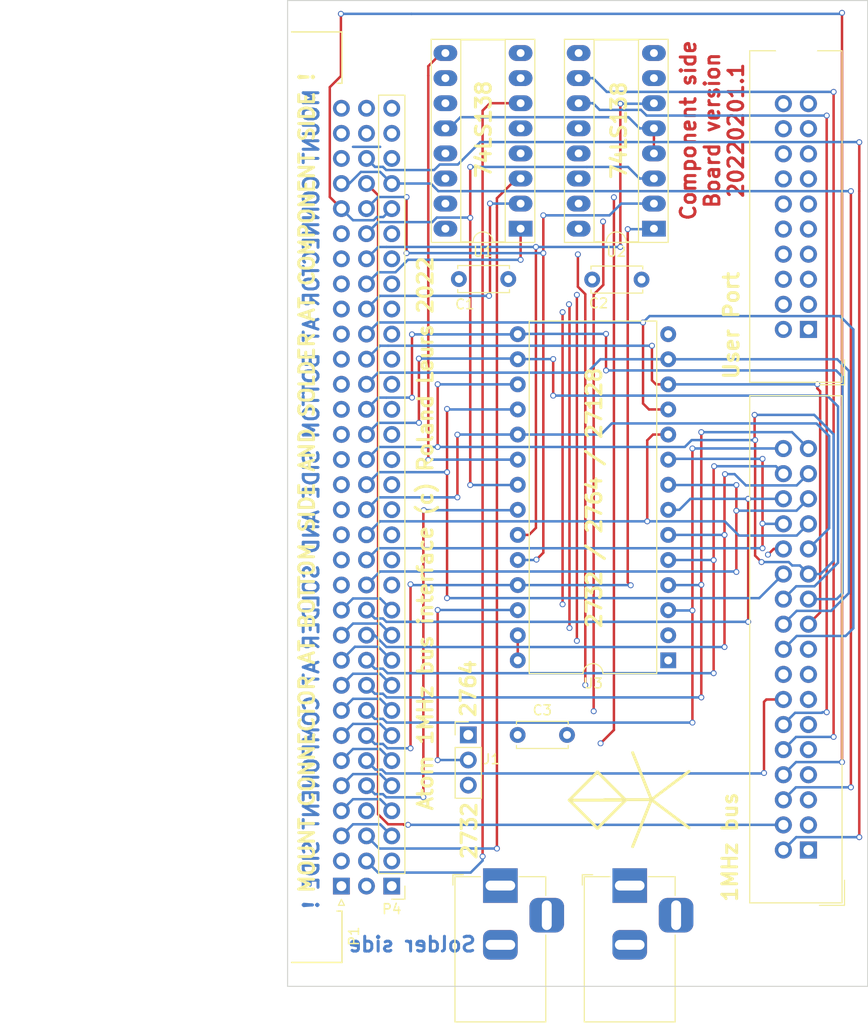
<source format=kicad_pcb>
(kicad_pcb (version 20171130) (host pcbnew "(5.1.2-1)-1")
  (title_block (title "FPGAtom I/O Extender") (date 04/08/2019) (rev 1.0) (company "Roland Leurs"))
  (layers (0 F.Cu signal) (1 In1.Cu signal hide) (2 In2.Cu signal hide) (31 B.Cu signal) (34 B.Paste user) (35 F.Paste user) (36 B.SilkS user) (37 F.SilkS user) (38 B.Mask user) (39 F.Mask user) (44 Edge.Cuts user))
  (net 0 "")
  (net 1 +5V)
  (net 2 GND)
  (net 3 /D6)
  (net 4 /D5)
  (net 5 /D4)
  (net 6 /D1)
  (net 7 /D2)
  (net 8 /D3)
  (net 9 /D0)
  (net 10 /NMI)
  (net 11 /A1)
  (net 12 /D7)
  (net 13 /A0)
  (net 14 /A3)
  (net 15 /A2)
  (net 16 /PHI2)
  (net 17 /RW)
  (net 18 /RESET)
  (net 19 /CB1)
  (net 20 /CB2)
  (net 21 /PB0)
  (net 22 /PB1)
  (net 23 /PB2)
  (net 24 /PB3)
  (net 25 /PB4)
  (net 26 /PB5)
  (net 27 /PB6)
  (net 28 /PB7)
  (net 29 /IRQ)
  (net 30 /A15)
  (net 31 /A14)
  (net 32 /A8)
  (net 33 /A7)
  (net 34 /A6)
  (net 35 /A5)
  (net 36 /A4)
  (net 37 /A13)
  (net 38 /A12)
  (net 39 /A11)
  (net 40 /A10)
  (net 41 /A9)
  (net 42 "Net-(J1-Pad2)")
  (net 43 "Net-(P1-Padb5)")
  (net 44 /nPGBD)
  (net 45 /nPGBC)
  (net 46 "Net-(U1-Pad12)")
  (net 47 "Net-(U1-Pad9)")
  (module MountingHole:MountingHole_4.3mm_M4 (layer F.Cu) (at 122.15 152.35)
    (fp_text reference H2 hide)
    (fp_text value MountingHole)
    (pad 1 np_thru_hole circle (at 0 0) (size 4.3 4.3) (drill 4.3) (layers *.Cu *.Mask))
  )
  (module MountingHole:MountingHole_4.3mm_M4 (layer F.Cu) (at 122.8 61.7)
    (fp_text reference H1 hide)
    (fp_text value MountingHole)
    (pad 1 np_thru_hole circle (at 0 0) (size 4.3 4.3) (drill 4.3) (layers *.Cu *.Mask))
  )
  (module Connector_PinHeader_2.54mm:PinHeader_1x32_P2.54mm_Vertical (layer F.Cu) (at 81.8 146.8 180)
    (fp_text reference P4 (at 0 -2.33) (layer F.SilkS))
    (fp_text value Conn_01x32)
    (pad 32 thru_hole oval (at 0 78.74 180) (size 1.7 1.7) (drill 1) (layers *.Cu *.Mask) (net 2 GND))
    (pad 31 thru_hole oval (at 0 76.2 180) (size 1.7 1.7) (drill 1) (layers *.Cu *.Mask))
    (pad 30 thru_hole oval (at 0 73.66 180) (size 1.7 1.7) (drill 1) (layers *.Cu *.Mask))
    (pad 29 thru_hole oval (at 0 71.12 180) (size 1.7 1.7) (drill 1) (layers *.Cu *.Mask) (net 10 /NMI))
    (pad 28 thru_hole oval (at 0 68.58 180) (size 1.7 1.7) (drill 1) (layers *.Cu *.Mask) (net 29 /IRQ))
    (pad 27 thru_hole oval (at 0 66.04 180) (size 1.7 1.7) (drill 1) (layers *.Cu *.Mask))
    (pad 26 thru_hole oval (at 0 63.5 180) (size 1.7 1.7) (drill 1) (layers *.Cu *.Mask))
    (pad 25 thru_hole oval (at 0 60.96 180) (size 1.7 1.7) (drill 1) (layers *.Cu *.Mask))
    (pad 24 thru_hole oval (at 0 58.42 180) (size 1.7 1.7) (drill 1) (layers *.Cu *.Mask))
    (pad 23 thru_hole oval (at 0 55.88 180) (size 1.7 1.7) (drill 1) (layers *.Cu *.Mask))
    (pad 22 thru_hole oval (at 0 53.34 180) (size 1.7 1.7) (drill 1) (layers *.Cu *.Mask))
    (pad 21 thru_hole oval (at 0 50.8 180) (size 1.7 1.7) (drill 1) (layers *.Cu *.Mask))
    (pad 20 thru_hole oval (at 0 48.26 180) (size 1.7 1.7) (drill 1) (layers *.Cu *.Mask))
    (pad 19 thru_hole oval (at 0 45.72 180) (size 1.7 1.7) (drill 1) (layers *.Cu *.Mask))
    (pad 18 thru_hole oval (at 0 43.18 180) (size 1.7 1.7) (drill 1) (layers *.Cu *.Mask))
    (pad 17 thru_hole oval (at 0 40.64 180) (size 1.7 1.7) (drill 1) (layers *.Cu *.Mask))
    (pad 16 thru_hole oval (at 0 38.1 180) (size 1.7 1.7) (drill 1) (layers *.Cu *.Mask))
    (pad 15 thru_hole oval (at 0 35.56 180) (size 1.7 1.7) (drill 1) (layers *.Cu *.Mask))
    (pad 14 thru_hole oval (at 0 33.02 180) (size 1.7 1.7) (drill 1) (layers *.Cu *.Mask))
    (pad 13 thru_hole oval (at 0 30.48 180) (size 1.7 1.7) (drill 1) (layers *.Cu *.Mask))
    (pad 12 thru_hole oval (at 0 27.94 180) (size 1.7 1.7) (drill 1) (layers *.Cu *.Mask) (net 19 /CB1))
    (pad 11 thru_hole oval (at 0 25.4 180) (size 1.7 1.7) (drill 1) (layers *.Cu *.Mask) (net 20 /CB2))
    (pad 10 thru_hole oval (at 0 22.86 180) (size 1.7 1.7) (drill 1) (layers *.Cu *.Mask) (net 21 /PB0))
    (pad 9 thru_hole oval (at 0 20.32 180) (size 1.7 1.7) (drill 1) (layers *.Cu *.Mask) (net 22 /PB1))
    (pad 8 thru_hole oval (at 0 17.78 180) (size 1.7 1.7) (drill 1) (layers *.Cu *.Mask) (net 23 /PB2))
    (pad 7 thru_hole oval (at 0 15.24 180) (size 1.7 1.7) (drill 1) (layers *.Cu *.Mask) (net 24 /PB3))
    (pad 6 thru_hole oval (at 0 12.7 180) (size 1.7 1.7) (drill 1) (layers *.Cu *.Mask) (net 25 /PB4))
    (pad 5 thru_hole oval (at 0 10.16 180) (size 1.7 1.7) (drill 1) (layers *.Cu *.Mask) (net 26 /PB5))
    (pad 4 thru_hole oval (at 0 7.62 180) (size 1.7 1.7) (drill 1) (layers *.Cu *.Mask) (net 27 /PB6))
    (pad 3 thru_hole oval (at 0 5.08 180) (size 1.7 1.7) (drill 1) (layers *.Cu *.Mask) (net 28 /PB7))
    (pad 2 thru_hole oval (at 0 2.54 180) (size 1.7 1.7) (drill 1) (layers *.Cu *.Mask))
    (pad 1 thru_hole rect (at 0 0 180) (size 1.7 1.7) (drill 1) (layers *.Cu *.Mask) (net 1 +5V))
  )
  (module Connector_IDC:IDC-Header_2x17_P2.54mm_Vertical (layer F.Cu) (at 124 143.15 180)
    (fp_text reference P3 hide)
    (fp_text value "1MHZ BUS")
    (pad 34 thru_hole oval (at 2.54 40.64 180) (size 1.7272 1.7272) (drill 1.016) (layers *.Cu *.Mask) (net 33 /A7))
    (pad 33 thru_hole oval (at 0 40.64 180) (size 1.7272 1.7272) (drill 1.016) (layers *.Cu *.Mask) (net 34 /A6))
    (pad 32 thru_hole oval (at 2.54 38.1 180) (size 1.7272 1.7272) (drill 1.016) (layers *.Cu *.Mask) (net 35 /A5))
    (pad 31 thru_hole oval (at 0 38.1 180) (size 1.7272 1.7272) (drill 1.016) (layers *.Cu *.Mask) (net 36 /A4))
    (pad 30 thru_hole oval (at 2.54 35.56 180) (size 1.7272 1.7272) (drill 1.016) (layers *.Cu *.Mask) (net 14 /A3))
    (pad 29 thru_hole oval (at 0 35.56 180) (size 1.7272 1.7272) (drill 1.016) (layers *.Cu *.Mask) (net 15 /A2))
    (pad 28 thru_hole oval (at 2.54 33.02 180) (size 1.7272 1.7272) (drill 1.016) (layers *.Cu *.Mask) (net 11 /A1))
    (pad 27 thru_hole oval (at 0 33.02 180) (size 1.7272 1.7272) (drill 1.016) (layers *.Cu *.Mask) (net 13 /A0))
    (pad 26 thru_hole oval (at 2.54 30.48 180) (size 1.7272 1.7272) (drill 1.016) (layers *.Cu *.Mask) (net 2 GND))
    (pad 25 thru_hole oval (at 0 30.48 180) (size 1.7272 1.7272) (drill 1.016) (layers *.Cu *.Mask) (net 12 /D7))
    (pad 24 thru_hole oval (at 2.54 27.94 180) (size 1.7272 1.7272) (drill 1.016) (layers *.Cu *.Mask) (net 3 /D6))
    (pad 23 thru_hole oval (at 0 27.94 180) (size 1.7272 1.7272) (drill 1.016) (layers *.Cu *.Mask) (net 4 /D5))
    (pad 22 thru_hole oval (at 2.54 25.4 180) (size 1.7272 1.7272) (drill 1.016) (layers *.Cu *.Mask) (net 5 /D4))
    (pad 21 thru_hole oval (at 0 25.4 180) (size 1.7272 1.7272) (drill 1.016) (layers *.Cu *.Mask) (net 8 /D3))
    (pad 20 thru_hole oval (at 2.54 22.86 180) (size 1.7272 1.7272) (drill 1.016) (layers *.Cu *.Mask) (net 7 /D2))
    (pad 19 thru_hole oval (at 0 22.86 180) (size 1.7272 1.7272) (drill 1.016) (layers *.Cu *.Mask) (net 6 /D1))
    (pad 18 thru_hole oval (at 2.54 20.32 180) (size 1.7272 1.7272) (drill 1.016) (layers *.Cu *.Mask) (net 9 /D0))
    (pad 17 thru_hole oval (at 0 20.32 180) (size 1.7272 1.7272) (drill 1.016) (layers *.Cu *.Mask) (net 2 GND))
    (pad 16 thru_hole oval (at 2.54 17.78 180) (size 1.7272 1.7272) (drill 1.016) (layers *.Cu *.Mask))
    (pad 15 thru_hole oval (at 0 17.78 180) (size 1.7272 1.7272) (drill 1.016) (layers *.Cu *.Mask) (net 2 GND))
    (pad 14 thru_hole oval (at 2.54 15.24 180) (size 1.7272 1.7272) (drill 1.016) (layers *.Cu *.Mask) (net 18 /RESET))
    (pad 13 thru_hole oval (at 0 15.24 180) (size 1.7272 1.7272) (drill 1.016) (layers *.Cu *.Mask) (net 2 GND))
    (pad 12 thru_hole oval (at 2.54 12.7 180) (size 1.7272 1.7272) (drill 1.016) (layers *.Cu *.Mask) (net 45 /nPGBC))
    (pad 11 thru_hole oval (at 0 12.7 180) (size 1.7272 1.7272) (drill 1.016) (layers *.Cu *.Mask) (net 2 GND))
    (pad 10 thru_hole oval (at 2.54 10.16 180) (size 1.7272 1.7272) (drill 1.016) (layers *.Cu *.Mask) (net 44 /nPGBD))
    (pad 9 thru_hole oval (at 0 10.16 180) (size 1.7272 1.7272) (drill 1.016) (layers *.Cu *.Mask) (net 2 GND))
    (pad 8 thru_hole oval (at 2.54 7.62 180) (size 1.7272 1.7272) (drill 1.016) (layers *.Cu *.Mask) (net 29 /IRQ))
    (pad 7 thru_hole oval (at 0 7.62 180) (size 1.7272 1.7272) (drill 1.016) (layers *.Cu *.Mask) (net 2 GND))
    (pad 6 thru_hole oval (at 2.54 5.08 180) (size 1.7272 1.7272) (drill 1.016) (layers *.Cu *.Mask) (net 10 /NMI))
    (pad 5 thru_hole oval (at 0 5.08 180) (size 1.7272 1.7272) (drill 1.016) (layers *.Cu *.Mask) (net 2 GND))
    (pad 4 thru_hole oval (at 2.54 2.54 180) (size 1.7272 1.7272) (drill 1.016) (layers *.Cu *.Mask) (net 16 /PHI2))
    (pad 3 thru_hole oval (at 0 2.54 180) (size 1.7272 1.7272) (drill 1.016) (layers *.Cu *.Mask) (net 2 GND))
    (pad 2 thru_hole oval (at 2.54 0 180) (size 1.7272 1.7272) (drill 1.016) (layers *.Cu *.Mask) (net 17 /RW))
    (pad 1 thru_hole rect (at 0 0 180) (size 1.7272 1.7272) (drill 1.016) (layers *.Cu *.Mask) (net 2 GND))
  )
  (module Connector_IDC:IDC-Header_2x10_P2.54mm_Vertical (layer F.Cu) (at 124 90.45 180)
    (fp_text reference P2 hide)
    (fp_text value "USER PORT")
    (pad 20 thru_hole oval (at 2.54 22.86 180) (size 1.7272 1.7272) (drill 1.016) (layers *.Cu *.Mask) (net 28 /PB7))
    (pad 19 thru_hole oval (at 0 22.86 180) (size 1.7272 1.7272) (drill 1.016) (layers *.Cu *.Mask) (net 2 GND))
    (pad 18 thru_hole oval (at 2.54 20.32 180) (size 1.7272 1.7272) (drill 1.016) (layers *.Cu *.Mask) (net 27 /PB6))
    (pad 17 thru_hole oval (at 0 20.32 180) (size 1.7272 1.7272) (drill 1.016) (layers *.Cu *.Mask) (net 2 GND))
    (pad 16 thru_hole oval (at 2.54 17.78 180) (size 1.7272 1.7272) (drill 1.016) (layers *.Cu *.Mask) (net 26 /PB5))
    (pad 15 thru_hole oval (at 0 17.78 180) (size 1.7272 1.7272) (drill 1.016) (layers *.Cu *.Mask) (net 2 GND))
    (pad 14 thru_hole oval (at 2.54 15.24 180) (size 1.7272 1.7272) (drill 1.016) (layers *.Cu *.Mask) (net 25 /PB4))
    (pad 13 thru_hole oval (at 0 15.24 180) (size 1.7272 1.7272) (drill 1.016) (layers *.Cu *.Mask) (net 2 GND))
    (pad 12 thru_hole oval (at 2.54 12.7 180) (size 1.7272 1.7272) (drill 1.016) (layers *.Cu *.Mask) (net 24 /PB3))
    (pad 11 thru_hole oval (at 0 12.7 180) (size 1.7272 1.7272) (drill 1.016) (layers *.Cu *.Mask) (net 2 GND))
    (pad 10 thru_hole oval (at 2.54 10.16 180) (size 1.7272 1.7272) (drill 1.016) (layers *.Cu *.Mask) (net 23 /PB2))
    (pad 9 thru_hole oval (at 0 10.16 180) (size 1.7272 1.7272) (drill 1.016) (layers *.Cu *.Mask) (net 2 GND))
    (pad 8 thru_hole oval (at 2.54 7.62 180) (size 1.7272 1.7272) (drill 1.016) (layers *.Cu *.Mask) (net 22 /PB1))
    (pad 7 thru_hole oval (at 0 7.62 180) (size 1.7272 1.7272) (drill 1.016) (layers *.Cu *.Mask) (net 2 GND))
    (pad 6 thru_hole oval (at 2.54 5.08 180) (size 1.7272 1.7272) (drill 1.016) (layers *.Cu *.Mask) (net 21 /PB0))
    (pad 5 thru_hole oval (at 0 5.08 180) (size 1.7272 1.7272) (drill 1.016) (layers *.Cu *.Mask) (net 2 GND))
    (pad 4 thru_hole oval (at 2.54 2.54 180) (size 1.7272 1.7272) (drill 1.016) (layers *.Cu *.Mask) (net 20 /CB2))
    (pad 3 thru_hole oval (at 0 2.54 180) (size 1.7272 1.7272) (drill 1.016) (layers *.Cu *.Mask) (net 1 +5V))
    (pad 2 thru_hole oval (at 2.54 0 180) (size 1.7272 1.7272) (drill 1.016) (layers *.Cu *.Mask) (net 19 /CB1))
    (pad 1 thru_hole rect (at 0 0 180) (size 1.7272 1.7272) (drill 1.016) (layers *.Cu *.Mask) (net 1 +5V))
  )
  (module Package_DIP:DIP-28_W15.24mm (layer F.Cu) (at 109.8 123.95 180)
    (fp_text reference U3 (at 7.62 -2.33) (layer F.SilkS))
    (fp_text value 27128)
    (pad 28 thru_hole oval (at 15.24 0 180) (size 1.6 1.6) (drill 0.8) (layers *.Cu *.Mask) (net 1 +5V))
    (pad 14 thru_hole oval (at 0 33.02 180) (size 1.6 1.6) (drill 0.8) (layers *.Cu *.Mask) (net 2 GND))
    (pad 27 thru_hole oval (at 15.24 2.54 180) (size 1.6 1.6) (drill 0.8) (layers *.Cu *.Mask) (net 1 +5V))
    (pad 13 thru_hole oval (at 0 30.48 180) (size 1.6 1.6) (drill 0.8) (layers *.Cu *.Mask) (net 7 /D2))
    (pad 26 thru_hole oval (at 15.24 5.08 180) (size 1.6 1.6) (drill 0.8) (layers *.Cu *.Mask) (net 42 "Net-(J1-Pad2)"))
    (pad 12 thru_hole oval (at 0 27.94 180) (size 1.6 1.6) (drill 0.8) (layers *.Cu *.Mask) (net 6 /D1))
    (pad 25 thru_hole oval (at 15.24 7.62 180) (size 1.6 1.6) (drill 0.8) (layers *.Cu *.Mask) (net 32 /A8))
    (pad 11 thru_hole oval (at 0 25.4 180) (size 1.6 1.6) (drill 0.8) (layers *.Cu *.Mask) (net 9 /D0))
    (pad 24 thru_hole oval (at 15.24 10.16 180) (size 1.6 1.6) (drill 0.8) (layers *.Cu *.Mask) (net 41 /A9))
    (pad 10 thru_hole oval (at 0 22.86 180) (size 1.6 1.6) (drill 0.8) (layers *.Cu *.Mask) (net 13 /A0))
    (pad 23 thru_hole oval (at 15.24 12.7 180) (size 1.6 1.6) (drill 0.8) (layers *.Cu *.Mask) (net 39 /A11))
    (pad 9 thru_hole oval (at 0 20.32 180) (size 1.6 1.6) (drill 0.8) (layers *.Cu *.Mask) (net 11 /A1))
    (pad 22 thru_hole oval (at 15.24 15.24 180) (size 1.6 1.6) (drill 0.8) (layers *.Cu *.Mask) (net 43 "Net-(P1-Padb5)"))
    (pad 8 thru_hole oval (at 0 17.78 180) (size 1.6 1.6) (drill 0.8) (layers *.Cu *.Mask) (net 15 /A2))
    (pad 21 thru_hole oval (at 15.24 17.78 180) (size 1.6 1.6) (drill 0.8) (layers *.Cu *.Mask) (net 40 /A10))
    (pad 7 thru_hole oval (at 0 15.24 180) (size 1.6 1.6) (drill 0.8) (layers *.Cu *.Mask) (net 14 /A3))
    (pad 20 thru_hole oval (at 15.24 20.32 180) (size 1.6 1.6) (drill 0.8) (layers *.Cu *.Mask) (net 47 "Net-(U1-Pad9)"))
    (pad 6 thru_hole oval (at 0 12.7 180) (size 1.6 1.6) (drill 0.8) (layers *.Cu *.Mask) (net 36 /A4))
    (pad 19 thru_hole oval (at 15.24 22.86 180) (size 1.6 1.6) (drill 0.8) (layers *.Cu *.Mask) (net 12 /D7))
    (pad 5 thru_hole oval (at 0 10.16 180) (size 1.6 1.6) (drill 0.8) (layers *.Cu *.Mask) (net 35 /A5))
    (pad 18 thru_hole oval (at 15.24 25.4 180) (size 1.6 1.6) (drill 0.8) (layers *.Cu *.Mask) (net 3 /D6))
    (pad 4 thru_hole oval (at 0 7.62 180) (size 1.6 1.6) (drill 0.8) (layers *.Cu *.Mask) (net 34 /A6))
    (pad 17 thru_hole oval (at 15.24 27.94 180) (size 1.6 1.6) (drill 0.8) (layers *.Cu *.Mask) (net 4 /D5))
    (pad 3 thru_hole oval (at 0 5.08 180) (size 1.6 1.6) (drill 0.8) (layers *.Cu *.Mask) (net 33 /A7))
    (pad 16 thru_hole oval (at 15.24 30.48 180) (size 1.6 1.6) (drill 0.8) (layers *.Cu *.Mask) (net 5 /D4))
    (pad 2 thru_hole oval (at 0 2.54 180) (size 1.6 1.6) (drill 0.8) (layers *.Cu *.Mask) (net 2 GND))
    (pad 15 thru_hole oval (at 15.24 33.02 180) (size 1.6 1.6) (drill 0.8) (layers *.Cu *.Mask) (net 8 /D3))
    (pad 1 thru_hole rect (at 0 0 180) (size 1.6 1.6) (drill 0.8) (layers *.Cu *.Mask) (net 1 +5V))
  )
  (module Package_DIP:DIP-16_W7.62mm_Socket_LongPads (layer F.Cu) (at 108.35 80.25 180)
    (fp_text reference U2 (at 3.81 -2.33) (layer F.SilkS))
    (fp_text value 74LS138)
    (pad 16 thru_hole oval (at 7.62 0 180) (size 2.4 1.6) (drill 0.8) (layers *.Cu *.Mask) (net 1 +5V))
    (pad 8 thru_hole oval (at 0 17.78 180) (size 2.4 1.6) (drill 0.8) (layers *.Cu *.Mask) (net 2 GND))
    (pad 15 thru_hole oval (at 7.62 2.54 180) (size 2.4 1.6) (drill 0.8) (layers *.Cu *.Mask))
    (pad 7 thru_hole oval (at 0 15.24 180) (size 2.4 1.6) (drill 0.8) (layers *.Cu *.Mask))
    (pad 14 thru_hole oval (at 7.62 5.08 180) (size 2.4 1.6) (drill 0.8) (layers *.Cu *.Mask))
    (pad 6 thru_hole oval (at 0 12.7 180) (size 2.4 1.6) (drill 0.8) (layers *.Cu *.Mask) (net 39 /A11))
    (pad 13 thru_hole oval (at 7.62 7.62 180) (size 2.4 1.6) (drill 0.8) (layers *.Cu *.Mask))
    (pad 5 thru_hole oval (at 0 10.16 180) (size 2.4 1.6) (drill 0.8) (layers *.Cu *.Mask) (net 46 "Net-(U1-Pad12)"))
    (pad 12 thru_hole oval (at 7.62 10.16 180) (size 2.4 1.6) (drill 0.8) (layers *.Cu *.Mask))
    (pad 4 thru_hole oval (at 0 7.62 180) (size 2.4 1.6) (drill 0.8) (layers *.Cu *.Mask) (net 46 "Net-(U1-Pad12)"))
    (pad 11 thru_hole oval (at 7.62 12.7 180) (size 2.4 1.6) (drill 0.8) (layers *.Cu *.Mask) (net 45 /nPGBC))
    (pad 3 thru_hole oval (at 0 5.08 180) (size 2.4 1.6) (drill 0.8) (layers *.Cu *.Mask) (net 40 /A10))
    (pad 10 thru_hole oval (at 7.62 15.24 180) (size 2.4 1.6) (drill 0.8) (layers *.Cu *.Mask) (net 44 /nPGBD))
    (pad 2 thru_hole oval (at 0 2.54 180) (size 2.4 1.6) (drill 0.8) (layers *.Cu *.Mask) (net 41 /A9))
    (pad 9 thru_hole oval (at 7.62 17.78 180) (size 2.4 1.6) (drill 0.8) (layers *.Cu *.Mask))
    (pad 1 thru_hole rect (at 0 0 180) (size 2.4 1.6) (drill 0.8) (layers *.Cu *.Mask) (net 32 /A8))
  )
  (module Package_DIP:DIP-16_W7.62mm_Socket_LongPads (layer F.Cu) (at 94.85 80.25 180)
    (fp_text reference U1 (at 3.81 -2.33) (layer F.SilkS))
    (fp_text value 74LS138)
    (pad 16 thru_hole oval (at 7.62 0 180) (size 2.4 1.6) (drill 0.8) (layers *.Cu *.Mask) (net 1 +5V))
    (pad 8 thru_hole oval (at 0 17.78 180) (size 2.4 1.6) (drill 0.8) (layers *.Cu *.Mask) (net 2 GND))
    (pad 15 thru_hole oval (at 7.62 2.54 180) (size 2.4 1.6) (drill 0.8) (layers *.Cu *.Mask))
    (pad 7 thru_hole oval (at 0 15.24 180) (size 2.4 1.6) (drill 0.8) (layers *.Cu *.Mask))
    (pad 14 thru_hole oval (at 7.62 5.08 180) (size 2.4 1.6) (drill 0.8) (layers *.Cu *.Mask))
    (pad 6 thru_hole oval (at 0 12.7 180) (size 2.4 1.6) (drill 0.8) (layers *.Cu *.Mask) (net 30 /A15))
    (pad 13 thru_hole oval (at 7.62 7.62 180) (size 2.4 1.6) (drill 0.8) (layers *.Cu *.Mask))
    (pad 5 thru_hole oval (at 0 10.16 180) (size 2.4 1.6) (drill 0.8) (layers *.Cu *.Mask) (net 2 GND))
    (pad 12 thru_hole oval (at 7.62 10.16 180) (size 2.4 1.6) (drill 0.8) (layers *.Cu *.Mask) (net 46 "Net-(U1-Pad12)"))
    (pad 4 thru_hole oval (at 0 7.62 180) (size 2.4 1.6) (drill 0.8) (layers *.Cu *.Mask) (net 2 GND))
    (pad 11 thru_hole oval (at 7.62 12.7 180) (size 2.4 1.6) (drill 0.8) (layers *.Cu *.Mask))
    (pad 3 thru_hole oval (at 0 5.08 180) (size 2.4 1.6) (drill 0.8) (layers *.Cu *.Mask) (net 31 /A14))
    (pad 10 thru_hole oval (at 7.62 15.24 180) (size 2.4 1.6) (drill 0.8) (layers *.Cu *.Mask))
    (pad 2 thru_hole oval (at 0 2.54 180) (size 2.4 1.6) (drill 0.8) (layers *.Cu *.Mask) (net 37 /A13))
    (pad 9 thru_hole oval (at 7.62 17.78 180) (size 2.4 1.6) (drill 0.8) (layers *.Cu *.Mask) (net 47 "Net-(U1-Pad9)"))
    (pad 1 thru_hole rect (at 0 0 180) (size 2.4 1.6) (drill 0.8) (layers *.Cu *.Mask) (net 38 /A12))
  )
  (module Connector_DIN:DIN41612_B_2x32_Horizontal (layer F.Cu) (at 76.7 146.8 90)
    (fp_text reference P1 (at -5.08 1.27 90) (layer F.SilkS))
    (fp_text value CONN_02X32)
    (pad "" np_thru_hole circle (at 83.82 -2.54 90) (size 2.8 2.8) (drill 2.8) (layers *.Cu *.Mask))
    (pad "" np_thru_hole circle (at -5.08 -2.54 90) (size 2.8 2.8) (drill 2.8) (layers *.Cu *.Mask))
    (pad b32 thru_hole circle (at 78.74 2.54 90) (size 1.7 1.7) (drill 1) (layers *.Cu *.Mask) (net 2 GND))
    (pad a32 thru_hole circle (at 78.74 0 90) (size 1.7 1.7) (drill 1) (layers *.Cu *.Mask) (net 2 GND))
    (pad b31 thru_hole circle (at 76.2 2.54 90) (size 1.7 1.7) (drill 1) (layers *.Cu *.Mask))
    (pad a31 thru_hole circle (at 76.2 0 90) (size 1.7 1.7) (drill 1) (layers *.Cu *.Mask))
    (pad b30 thru_hole circle (at 73.66 2.54 90) (size 1.7 1.7) (drill 1) (layers *.Cu *.Mask) (net 17 /RW))
    (pad a30 thru_hole circle (at 73.66 0 90) (size 1.7 1.7) (drill 1) (layers *.Cu *.Mask))
    (pad b29 thru_hole circle (at 71.12 2.54 90) (size 1.7 1.7) (drill 1) (layers *.Cu *.Mask) (net 16 /PHI2))
    (pad a29 thru_hole circle (at 71.12 0 90) (size 1.7 1.7) (drill 1) (layers *.Cu *.Mask) (net 10 /NMI))
    (pad b28 thru_hole circle (at 68.58 2.54 90) (size 1.7 1.7) (drill 1) (layers *.Cu *.Mask) (net 41 /A9))
    (pad a28 thru_hole circle (at 68.58 0 90) (size 1.7 1.7) (drill 1) (layers *.Cu *.Mask) (net 29 /IRQ))
    (pad b27 thru_hole circle (at 66.04 2.54 90) (size 1.7 1.7) (drill 1) (layers *.Cu *.Mask) (net 40 /A10))
    (pad a27 thru_hole circle (at 66.04 0 90) (size 1.7 1.7) (drill 1) (layers *.Cu *.Mask))
    (pad b26 thru_hole circle (at 63.5 2.54 90) (size 1.7 1.7) (drill 1) (layers *.Cu *.Mask) (net 39 /A11))
    (pad a26 thru_hole circle (at 63.5 0 90) (size 1.7 1.7) (drill 1) (layers *.Cu *.Mask))
    (pad b25 thru_hole circle (at 60.96 2.54 90) (size 1.7 1.7) (drill 1) (layers *.Cu *.Mask) (net 38 /A12))
    (pad a25 thru_hole circle (at 60.96 0 90) (size 1.7 1.7) (drill 1) (layers *.Cu *.Mask))
    (pad b24 thru_hole circle (at 58.42 2.54 90) (size 1.7 1.7) (drill 1) (layers *.Cu *.Mask) (net 37 /A13))
    (pad a24 thru_hole circle (at 58.42 0 90) (size 1.7 1.7) (drill 1) (layers *.Cu *.Mask))
    (pad b23 thru_hole circle (at 55.88 2.54 90) (size 1.7 1.7) (drill 1) (layers *.Cu *.Mask) (net 9 /D0))
    (pad a23 thru_hole circle (at 55.88 0 90) (size 1.7 1.7) (drill 1) (layers *.Cu *.Mask))
    (pad b22 thru_hole circle (at 53.34 2.54 90) (size 1.7 1.7) (drill 1) (layers *.Cu *.Mask) (net 6 /D1))
    (pad a22 thru_hole circle (at 53.34 0 90) (size 1.7 1.7) (drill 1) (layers *.Cu *.Mask))
    (pad b21 thru_hole circle (at 50.8 2.54 90) (size 1.7 1.7) (drill 1) (layers *.Cu *.Mask) (net 7 /D2))
    (pad a21 thru_hole circle (at 50.8 0 90) (size 1.7 1.7) (drill 1) (layers *.Cu *.Mask))
    (pad b20 thru_hole circle (at 48.26 2.54 90) (size 1.7 1.7) (drill 1) (layers *.Cu *.Mask) (net 8 /D3))
    (pad a20 thru_hole circle (at 48.26 0 90) (size 1.7 1.7) (drill 1) (layers *.Cu *.Mask))
    (pad b19 thru_hole circle (at 45.72 2.54 90) (size 1.7 1.7) (drill 1) (layers *.Cu *.Mask) (net 5 /D4))
    (pad a19 thru_hole circle (at 45.72 0 90) (size 1.7 1.7) (drill 1) (layers *.Cu *.Mask))
    (pad b18 thru_hole circle (at 43.18 2.54 90) (size 1.7 1.7) (drill 1) (layers *.Cu *.Mask) (net 4 /D5))
    (pad a18 thru_hole circle (at 43.18 0 90) (size 1.7 1.7) (drill 1) (layers *.Cu *.Mask))
    (pad b17 thru_hole circle (at 40.64 2.54 90) (size 1.7 1.7) (drill 1) (layers *.Cu *.Mask) (net 3 /D6))
    (pad a17 thru_hole circle (at 40.64 0 90) (size 1.7 1.7) (drill 1) (layers *.Cu *.Mask))
    (pad b16 thru_hole circle (at 38.1 2.54 90) (size 1.7 1.7) (drill 1) (layers *.Cu *.Mask) (net 12 /D7))
    (pad a16 thru_hole circle (at 38.1 0 90) (size 1.7 1.7) (drill 1) (layers *.Cu *.Mask))
    (pad b15 thru_hole circle (at 35.56 2.54 90) (size 1.7 1.7) (drill 1) (layers *.Cu *.Mask) (net 13 /A0))
    (pad a15 thru_hole circle (at 35.56 0 90) (size 1.7 1.7) (drill 1) (layers *.Cu *.Mask))
    (pad b14 thru_hole circle (at 33.02 2.54 90) (size 1.7 1.7) (drill 1) (layers *.Cu *.Mask) (net 11 /A1))
    (pad a14 thru_hole circle (at 33.02 0 90) (size 1.7 1.7) (drill 1) (layers *.Cu *.Mask))
    (pad b13 thru_hole circle (at 30.48 2.54 90) (size 1.7 1.7) (drill 1) (layers *.Cu *.Mask) (net 15 /A2))
    (pad a13 thru_hole circle (at 30.48 0 90) (size 1.7 1.7) (drill 1) (layers *.Cu *.Mask))
    (pad b12 thru_hole circle (at 27.94 2.54 90) (size 1.7 1.7) (drill 1) (layers *.Cu *.Mask) (net 14 /A3))
    (pad a12 thru_hole circle (at 27.94 0 90) (size 1.7 1.7) (drill 1) (layers *.Cu *.Mask) (net 19 /CB1))
    (pad b11 thru_hole circle (at 25.4 2.54 90) (size 1.7 1.7) (drill 1) (layers *.Cu *.Mask) (net 36 /A4))
    (pad a11 thru_hole circle (at 25.4 0 90) (size 1.7 1.7) (drill 1) (layers *.Cu *.Mask) (net 20 /CB2))
    (pad b10 thru_hole circle (at 22.86 2.54 90) (size 1.7 1.7) (drill 1) (layers *.Cu *.Mask) (net 35 /A5))
    (pad a10 thru_hole circle (at 22.86 0 90) (size 1.7 1.7) (drill 1) (layers *.Cu *.Mask) (net 21 /PB0))
    (pad b9 thru_hole circle (at 20.32 2.54 90) (size 1.7 1.7) (drill 1) (layers *.Cu *.Mask) (net 34 /A6))
    (pad a9 thru_hole circle (at 20.32 0 90) (size 1.7 1.7) (drill 1) (layers *.Cu *.Mask) (net 22 /PB1))
    (pad b8 thru_hole circle (at 17.78 2.54 90) (size 1.7 1.7) (drill 1) (layers *.Cu *.Mask) (net 33 /A7))
    (pad a8 thru_hole circle (at 17.78 0 90) (size 1.7 1.7) (drill 1) (layers *.Cu *.Mask) (net 23 /PB2))
    (pad b7 thru_hole circle (at 15.24 2.54 90) (size 1.7 1.7) (drill 1) (layers *.Cu *.Mask) (net 32 /A8))
    (pad a7 thru_hole circle (at 15.24 0 90) (size 1.7 1.7) (drill 1) (layers *.Cu *.Mask) (net 24 /PB3))
    (pad b6 thru_hole circle (at 12.7 2.54 90) (size 1.7 1.7) (drill 1) (layers *.Cu *.Mask) (net 18 /RESET))
    (pad a6 thru_hole circle (at 12.7 0 90) (size 1.7 1.7) (drill 1) (layers *.Cu *.Mask) (net 25 /PB4))
    (pad b5 thru_hole circle (at 10.16 2.54 90) (size 1.7 1.7) (drill 1) (layers *.Cu *.Mask) (net 43 "Net-(P1-Padb5)"))
    (pad a5 thru_hole circle (at 10.16 0 90) (size 1.7 1.7) (drill 1) (layers *.Cu *.Mask) (net 26 /PB5))
    (pad b4 thru_hole circle (at 7.62 2.54 90) (size 1.7 1.7) (drill 1) (layers *.Cu *.Mask))
    (pad a4 thru_hole circle (at 7.62 0 90) (size 1.7 1.7) (drill 1) (layers *.Cu *.Mask) (net 27 /PB6))
    (pad b3 thru_hole circle (at 5.08 2.54 90) (size 1.7 1.7) (drill 1) (layers *.Cu *.Mask) (net 31 /A14))
    (pad a3 thru_hole circle (at 5.08 0 90) (size 1.7 1.7) (drill 1) (layers *.Cu *.Mask) (net 28 /PB7))
    (pad b2 thru_hole circle (at 2.54 2.54 90) (size 1.7 1.7) (drill 1) (layers *.Cu *.Mask) (net 30 /A15))
    (pad a2 thru_hole circle (at 2.54 0 90) (size 1.7 1.7) (drill 1) (layers *.Cu *.Mask))
    (pad b1 thru_hole circle (at 0 2.54 90) (size 1.7 1.7) (drill 1) (layers *.Cu *.Mask) (net 1 +5V))
    (pad a1 thru_hole rect (at 0 0 90) (size 1.7 1.7) (drill 1) (layers *.Cu *.Mask) (net 1 +5V))
  )
  (module Connector_BarrelJack:BarrelJack_Horizontal (layer F.Cu) (at 105.9 146.75 90)
    (fp_text reference J10 hide)
    (fp_text value Jack-DC)
    (pad 3 thru_hole roundrect (at -3 4.7 90) (size 3.5 3.5) (drill oval 3 1) (layers *.Cu *.Mask))
    (pad 2 thru_hole roundrect (at -6 0 90) (size 3 3.5) (drill oval 1 3) (layers *.Cu *.Mask) (net 2 GND))
    (pad 1 thru_hole rect (at 0 0 90) (size 3.5 3.5) (drill oval 1 3) (layers *.Cu *.Mask) (net 1 +5V))
  )
  (module Connector_BarrelJack:BarrelJack_Horizontal (layer F.Cu) (at 92.8 146.75 90)
    (fp_text reference J9 hide)
    (fp_text value "Jack-DC x 2")
    (pad 3 thru_hole roundrect (at -3 4.7 90) (size 3.5 3.5) (drill oval 3 1) (layers *.Cu *.Mask))
    (pad 2 thru_hole roundrect (at -6 0 90) (size 3 3.5) (drill oval 1 3) (layers *.Cu *.Mask) (net 2 GND))
    (pad 1 thru_hole rect (at 0 0 90) (size 3.5 3.5) (drill oval 1 3) (layers *.Cu *.Mask) (net 1 +5V))
  )
  (module Connector_PinHeader_2.54mm:PinHeader_1x03_P2.54mm_Vertical (layer F.Cu) (at 89.55 131.5)
    (fp_text reference J1 (at 2.35 2.45) (layer F.SilkS))
    (fp_text value "ROM select")
    (pad 3 thru_hole oval (at 0 5.08) (size 1.7 1.7) (drill 1) (layers *.Cu *.Mask) (net 1 +5V))
    (pad 2 thru_hole oval (at 0 2.54) (size 1.7 1.7) (drill 1) (layers *.Cu *.Mask) (net 42 "Net-(J1-Pad2)"))
    (pad 1 thru_hole rect (at 0 0) (size 1.7 1.7) (drill 1) (layers *.Cu *.Mask) (net 2 GND))
  )
  (module Capacitor_THT:C_Disc_D5.0mm_W2.5mm_P5.00mm (layer F.Cu) (at 94.55 131.5)
    (fp_text reference C3 (at 2.5 -2.5) (layer F.SilkS))
    (fp_text value 100nF)
    (pad 2 thru_hole circle (at 5 0) (size 1.6 1.6) (drill 0.8) (layers *.Cu *.Mask) (net 2 GND))
    (pad 1 thru_hole circle (at 0 0) (size 1.6 1.6) (drill 0.8) (layers *.Cu *.Mask) (net 1 +5V))
  )
  (module Capacitor_THT:C_Disc_D5.0mm_W2.5mm_P5.00mm (layer F.Cu) (at 102.1 85.4)
    (fp_text reference C2 (at 0.65 2.4) (layer F.SilkS))
    (fp_text value 100nF)
    (pad 2 thru_hole circle (at 5 0) (size 1.6 1.6) (drill 0.8) (layers *.Cu *.Mask) (net 2 GND))
    (pad 1 thru_hole circle (at 0 0) (size 1.6 1.6) (drill 0.8) (layers *.Cu *.Mask) (net 1 +5V))
  )
  (module Capacitor_THT:C_Disc_D5.0mm_W2.5mm_P5.00mm (layer F.Cu) (at 88.6 85.35)
    (fp_text reference C1 (at 0.6 2.55) (layer F.SilkS))
    (fp_text value 100nF)
    (pad 2 thru_hole circle (at 5 0) (size 1.6 1.6) (drill 0.8) (layers *.Cu *.Mask) (net 2 GND))
    (pad 1 thru_hole circle (at 0 0) (size 1.6 1.6) (drill 0.8) (layers *.Cu *.Mask) (net 1 +5V))
  )
  (gr_text "Solder side" (at 83.85 152.7) (layer B.Cu) (effects (font (size 1.5 1.5) (thickness 0.3)) (justify mirror)))
  (gr_text "Component side\nBoard version\n20220201.1" (at 114.25 70.3 90) (layer F.Cu) (effects (font (size 1.5 1.5) (thickness 0.3))))
  (gr_text "Atom 1MHz bus interface (c) Roland Leurs 2022" (at 85.2 111.1 90) (layer F.SilkS) (effects (font (size 1.5 1.5) (thickness 0.3))))
  (gr_text . (at 77.75 138.1 90) (layer F.SilkS) (effects (font (size 60 60) (thickness 0.3))))
  (gr_text * (at 114.1 138.05 90) (layer F.SilkS) (effects (font (size 20 20) (thickness 0.3))))
  (gr_text "User Port" (at 116.2 90.05 90) (layer F.SilkS) (effects (font (size 1.5 1.5) (thickness 0.3))))
  (gr_text "1MHz bus" (at 116.05 142.85 90) (layer F.SilkS) (effects (font (size 1.5 1.5) (thickness 0.3))))
  (gr_text "2732 / 2764 / 27128" (at 102.3 107.5 90) (layer F.SilkS) (effects (font (size 1.5 1.5) (thickness 0.3))))
  (gr_text 74LS138 (at 104.8 70.3 90) (layer F.SilkS) (effects (font (size 1.5 1.5) (thickness 0.3))))
  (gr_text 74LS138 (at 91.1 70.2 90) (layer F.SilkS) (effects (font (size 1.5 1.5) (thickness 0.3))))
  (gr_text 2764 (at 89.55 126.8 90) (layer F.SilkS) (effects (font (size 1.5 1.5) (thickness 0.3))))
  (gr_text 2732 (at 89.65 141.2 90) (layer F.SilkS) (effects (font (size 1.5 1.5) (thickness 0.3))))
  (gr_text "MOUNT CONNECTOR AT BOTTOM SIDE AND SOLDER AT COMPONENT SIDE !" (at 73.65 107.6 90) (layer B.Cu) (effects (font (size 1.5 1.5) (thickness 0.3)) (justify mirror)))
  (gr_text "MOUNT CONNECTOR AT BOTTOM SIDE AND SOLDER AT COMPONENT SIDE !" (at 73.2 106 90) (layer F.SilkS) (effects (font (size 1.5 1.5) (thickness 0.3))))
  (gr_line (start 71.25 156.95) (end 71.25 57.15) (layer Edge.Cuts) (width 0.1))
  (gr_line (start 130 156.95) (end 71.25 156.95) (layer Edge.Cuts) (width 0.1))
  (gr_line (start 130 57.15) (end 130 156.95) (layer Edge.Cuts) (width 0.1))
  (gr_line (start 71.25 57.15) (end 130 57.15) (layer Edge.Cuts) (width 0.1))
  (segment (start 77.875001 71.964999) (end 80.624999 71.964999) (width 0.25) (layer B.Cu) (net 0))
  (segment (start 94.56 122.54137) (end 94.56 123.95) (width 0.25) (layer F.Cu) (net 1))
  (segment (start 94.56 121.41) (end 94.56 122.54137) (width 0.25) (layer F.Cu) (net 1))
  (via (at 119.9 113.25) (size 0.6) (drill 0.4) (layers F.Cu B.Cu) (net 2))
  (segment (start 120.48 112.67) (end 119.9 113.25) (width 0.25) (layer F.Cu) (net 2))
  (segment (start 121.46 112.67) (end 120.48 112.67) (width 0.25) (layer F.Cu) (net 2))
  (via (at 87.4 98.5) (size 0.6) (drill 0.4) (layers F.Cu B.Cu) (net 3))
  (segment (start 87.45 98.55) (end 87.4 98.5) (width 0.25) (layer B.Cu) (net 3))
  (segment (start 94.56 98.55) (end 87.45 98.55) (width 0.25) (layer B.Cu) (net 3))
  (via (at 87.4 104.9) (size 0.6) (drill 0.4) (layers F.Cu B.Cu) (net 3))
  (segment (start 87.4 98.5) (end 87.4 104.9) (width 0.25) (layer F.Cu) (net 3))
  (segment (start 80.5 104.9) (end 79.24 106.16) (width 0.25) (layer B.Cu) (net 3))
  (segment (start 87.4 104.9) (end 80.5 104.9) (width 0.25) (layer B.Cu) (net 3))
  (segment (start 114.975002 117.65) (end 87.4 117.65) (width 0.25) (layer B.Cu) (net 3))
  (via (at 87.4 117.65) (size 0.6) (drill 0.4) (layers F.Cu B.Cu) (net 3))
  (segment (start 119.02 117.65) (end 114.975002 117.65) (width 0.25) (layer B.Cu) (net 3))
  (segment (start 121.46 115.21) (end 119.02 117.65) (width 0.25) (layer B.Cu) (net 3))
  (segment (start 87.4 117.65) (end 87.4 104.9) (width 0.25) (layer F.Cu) (net 3))
  (via (at 86.45 96) (size 0.6) (drill 0.4) (layers F.Cu B.Cu) (net 4))
  (segment (start 86.46 96.01) (end 86.45 96) (width 0.25) (layer B.Cu) (net 4))
  (segment (start 94.56 96.01) (end 86.46 96.01) (width 0.25) (layer B.Cu) (net 4))
  (via (at 86.45 102.35) (size 0.6) (drill 0.4) (layers F.Cu B.Cu) (net 4))
  (segment (start 86.45 96) (end 86.45 102.35) (width 0.25) (layer F.Cu) (net 4))
  (segment (start 80.51 102.35) (end 79.24 103.62) (width 0.25) (layer B.Cu) (net 4))
  (segment (start 86.45 102.35) (end 80.51 102.35) (width 0.25) (layer B.Cu) (net 4))
  (segment (start 112.174998 101.65) (end 118.6 101.65) (width 0.25) (layer B.Cu) (net 4))
  (via (at 118.6 101.65) (size 0.6) (drill 0.4) (layers F.Cu B.Cu) (net 4))
  (segment (start 111.474998 102.35) (end 112.174998 101.65) (width 0.25) (layer B.Cu) (net 4))
  (segment (start 86.45 102.35) (end 111.474998 102.35) (width 0.25) (layer B.Cu) (net 4))
  (via (at 119.25 114) (size 0.6) (drill 0.4) (layers F.Cu B.Cu) (net 4))
  (segment (start 118.6 113.35) (end 119.25 114) (width 0.25) (layer F.Cu) (net 4))
  (segment (start 118.6 101.65) (end 118.6 113.35) (width 0.25) (layer F.Cu) (net 4))
  (segment (start 123.136401 114.346401) (end 124 115.21) (width 0.25) (layer B.Cu) (net 4))
  (segment (start 122.355531 114.346401) (end 123.136401 114.346401) (width 0.25) (layer B.Cu) (net 4))
  (segment (start 122.00913 114) (end 122.355531 114.346401) (width 0.25) (layer B.Cu) (net 4))
  (segment (start 119.25 114) (end 122.00913 114) (width 0.25) (layer B.Cu) (net 4))
  (segment (start 126.55001 113.881304) (end 126.550009 101.063599) (width 0.25) (layer B.Cu) (net 4))
  (segment (start 125.221314 115.21) (end 126.55001 113.881304) (width 0.25) (layer B.Cu) (net 4))
  (segment (start 126.550009 101.063599) (end 124.58641 99.1) (width 0.25) (layer B.Cu) (net 4))
  (segment (start 124 115.21) (end 125.221314 115.21) (width 0.25) (layer B.Cu) (net 4))
  (via (at 118.55 99.1) (size 0.6) (drill 0.4) (layers F.Cu B.Cu) (net 4))
  (segment (start 124.58641 99.1) (end 118.55 99.1) (width 0.25) (layer B.Cu) (net 4))
  (segment (start 118.55 101.6) (end 118.6 101.65) (width 0.25) (layer F.Cu) (net 4))
  (segment (start 118.55 99.1) (end 118.55 101.6) (width 0.25) (layer F.Cu) (net 4))
  (via (at 84.55 99.9) (size 0.6) (drill 0.4) (layers F.Cu B.Cu) (net 5))
  (segment (start 84.545001 99.904999) (end 84.55 99.9) (width 0.25) (layer B.Cu) (net 5))
  (segment (start 80.415001 99.904999) (end 84.545001 99.904999) (width 0.25) (layer B.Cu) (net 5))
  (segment (start 79.24 101.08) (end 80.415001 99.904999) (width 0.25) (layer B.Cu) (net 5))
  (via (at 84.55 93.4) (size 0.6) (drill 0.4) (layers F.Cu B.Cu) (net 5))
  (segment (start 84.55 99.9) (end 84.55 93.4) (width 0.25) (layer F.Cu) (net 5))
  (segment (start 94.49 93.4) (end 94.56 93.47) (width 0.25) (layer B.Cu) (net 5))
  (segment (start 84.55 93.4) (end 94.49 93.4) (width 0.25) (layer B.Cu) (net 5))
  (segment (start 127.000019 114.067703) (end 127.000019 98.250019) (width 0.25) (layer B.Cu) (net 5))
  (segment (start 124.617724 116.45) (end 127.000019 114.067703) (width 0.25) (layer B.Cu) (net 5))
  (segment (start 122.76 116.45) (end 124.617724 116.45) (width 0.25) (layer B.Cu) (net 5))
  (segment (start 121.46 117.75) (end 122.76 116.45) (width 0.25) (layer B.Cu) (net 5))
  (via (at 98.15 97.15) (size 0.6) (drill 0.4) (layers F.Cu B.Cu) (net 5))
  (segment (start 125.9 97.15) (end 98.15 97.15) (width 0.25) (layer B.Cu) (net 5))
  (segment (start 127.000019 98.250019) (end 125.9 97.15) (width 0.25) (layer B.Cu) (net 5))
  (via (at 98.15 93.45) (size 0.6) (drill 0.4) (layers F.Cu B.Cu) (net 5))
  (segment (start 98.15 97.15) (end 98.15 93.45) (width 0.25) (layer F.Cu) (net 5))
  (segment (start 94.58 93.45) (end 94.56 93.47) (width 0.25) (layer B.Cu) (net 5))
  (segment (start 98.15 93.45) (end 94.58 93.45) (width 0.25) (layer B.Cu) (net 5))
  (via (at 108.15 92.1) (size 0.6) (drill 0.4) (layers F.Cu B.Cu) (net 6))
  (segment (start 81.420998 92.1) (end 108.15 92.1) (width 0.25) (layer B.Cu) (net 6))
  (segment (start 80.6 92.1) (end 81.420998 92.1) (width 0.25) (layer B.Cu) (net 6))
  (segment (start 79.24 93.46) (end 80.6 92.1) (width 0.25) (layer B.Cu) (net 6))
  (segment (start 108.15 92.1) (end 108.15 95.6) (width 0.25) (layer F.Cu) (net 6))
  (segment (start 108.56 96.01) (end 109.8 96.01) (width 0.25) (layer F.Cu) (net 6))
  (segment (start 108.15 95.6) (end 108.56 96.01) (width 0.25) (layer F.Cu) (net 6))
  (via (at 124.9 96) (size 0.6) (drill 0.4) (layers F.Cu B.Cu) (net 6))
  (segment (start 124.89 96.01) (end 124.9 96) (width 0.25) (layer B.Cu) (net 6))
  (segment (start 109.8 96.01) (end 124.89 96.01) (width 0.25) (layer B.Cu) (net 6))
  (segment (start 124.863599 119.426401) (end 124 120.29) (width 0.25) (layer F.Cu) (net 6))
  (segment (start 125.188601 119.101399) (end 124.863599 119.426401) (width 0.25) (layer F.Cu) (net 6))
  (segment (start 124.9 96.424264) (end 125.188601 96.712865) (width 0.25) (layer F.Cu) (net 6))
  (segment (start 125.188601 96.712865) (end 125.188601 119.101399) (width 0.25) (layer F.Cu) (net 6))
  (segment (start 124.9 96) (end 124.9 96.424264) (width 0.25) (layer F.Cu) (net 6))
  (segment (start 102.93 93.47) (end 109.8 93.47) (width 0.25) (layer B.Cu) (net 7))
  (segment (start 101.575001 94.824999) (end 102.93 93.47) (width 0.25) (layer B.Cu) (net 7))
  (segment (start 80.415001 94.824999) (end 101.575001 94.824999) (width 0.25) (layer B.Cu) (net 7))
  (segment (start 79.24 96) (end 80.415001 94.824999) (width 0.25) (layer B.Cu) (net 7))
  (segment (start 126.297809 118.938601) (end 128.1 117.13641) (width 0.25) (layer B.Cu) (net 7))
  (segment (start 122.811399 118.938601) (end 126.297809 118.938601) (width 0.25) (layer B.Cu) (net 7))
  (segment (start 121.46 120.29) (end 122.811399 118.938601) (width 0.25) (layer B.Cu) (net 7))
  (segment (start 128.1 117.13641) (end 128.1 94.65) (width 0.25) (layer B.Cu) (net 7))
  (segment (start 126.92 93.47) (end 109.8 93.47) (width 0.25) (layer B.Cu) (net 7))
  (segment (start 128.1 94.65) (end 126.92 93.47) (width 0.25) (layer B.Cu) (net 7))
  (segment (start 81.250998 97.35) (end 83.85 97.35) (width 0.25) (layer B.Cu) (net 8))
  (via (at 83.85 97.35) (size 0.6) (drill 0.4) (layers F.Cu B.Cu) (net 8))
  (segment (start 80.43 97.35) (end 81.250998 97.35) (width 0.25) (layer B.Cu) (net 8))
  (segment (start 79.24 98.54) (end 80.43 97.35) (width 0.25) (layer B.Cu) (net 8))
  (via (at 83.85 90.95) (size 0.6) (drill 0.4) (layers F.Cu B.Cu) (net 8))
  (segment (start 83.85 97.35) (end 83.85 90.95) (width 0.25) (layer F.Cu) (net 8))
  (segment (start 94.54 90.95) (end 94.56 90.93) (width 0.25) (layer B.Cu) (net 8))
  (segment (start 83.85 90.95) (end 94.54 90.95) (width 0.25) (layer B.Cu) (net 8))
  (via (at 103.5 94.6) (size 0.6) (drill 0.4) (layers F.Cu B.Cu) (net 8))
  (segment (start 103.5 94.6) (end 103.5 90.9) (width 0.25) (layer F.Cu) (net 8))
  (via (at 103.5 90.9) (size 0.6) (drill 0.4) (layers F.Cu B.Cu) (net 8))
  (segment (start 127.450028 117.149972) (end 126.85 117.75) (width 0.25) (layer B.Cu) (net 8))
  (segment (start 127.450028 95.250028) (end 127.450028 117.149972) (width 0.25) (layer B.Cu) (net 8))
  (segment (start 126.85 117.75) (end 124 117.75) (width 0.25) (layer B.Cu) (net 8))
  (segment (start 126.8 94.6) (end 127.450028 95.250028) (width 0.25) (layer B.Cu) (net 8))
  (segment (start 103.5 94.6) (end 126.8 94.6) (width 0.25) (layer B.Cu) (net 8))
  (segment (start 95.45 90.9) (end 103.5 90.9) (width 0.25) (layer B.Cu) (net 8))
  (segment (start 95.42 90.93) (end 95.45 90.9) (width 0.25) (layer B.Cu) (net 8))
  (segment (start 95.42 90.93) (end 94.56 90.93) (width 0.25) (layer B.Cu) (net 8))
  (via (at 107.25 89.75) (size 0.6) (drill 0.4) (layers F.Cu B.Cu) (net 9))
  (segment (start 80.415001 89.744999) (end 107.244999 89.744999) (width 0.25) (layer B.Cu) (net 9))
  (segment (start 107.244999 89.744999) (end 107.25 89.75) (width 0.25) (layer B.Cu) (net 9))
  (segment (start 79.24 90.92) (end 80.415001 89.744999) (width 0.25) (layer B.Cu) (net 9))
  (segment (start 107.25 89.75) (end 107.25 97.95) (width 0.25) (layer F.Cu) (net 9))
  (segment (start 107.85 98.55) (end 109.8 98.55) (width 0.25) (layer F.Cu) (net 9))
  (segment (start 107.25 97.95) (end 107.85 98.55) (width 0.25) (layer F.Cu) (net 9))
  (segment (start 122.811399 121.478601) (end 127.771399 121.478601) (width 0.25) (layer B.Cu) (net 9))
  (segment (start 121.46 122.83) (end 122.811399 121.478601) (width 0.25) (layer B.Cu) (net 9))
  (segment (start 128.55001 120.69999) (end 128.55001 90.45001) (width 0.25) (layer B.Cu) (net 9))
  (segment (start 127.771399 121.478601) (end 128.55001 120.69999) (width 0.25) (layer B.Cu) (net 9))
  (segment (start 107.901399 89.098601) (end 107.549999 89.450001) (width 0.25) (layer B.Cu) (net 9))
  (segment (start 127.198601 89.098601) (end 107.901399 89.098601) (width 0.25) (layer B.Cu) (net 9))
  (segment (start 107.549999 89.450001) (end 107.25 89.75) (width 0.25) (layer B.Cu) (net 9))
  (segment (start 128.55001 90.45001) (end 127.198601 89.098601) (width 0.25) (layer B.Cu) (net 9))
  (segment (start 80.950001 74.830001) (end 81.8 75.68) (width 0.25) (layer B.Cu) (net 10))
  (segment (start 80.624999 74.504999) (end 80.950001 74.830001) (width 0.25) (layer B.Cu) (net 10))
  (segment (start 77.500998 75.68) (end 78.675999 74.504999) (width 0.25) (layer B.Cu) (net 10))
  (segment (start 78.675999 74.504999) (end 80.624999 74.504999) (width 0.25) (layer B.Cu) (net 10))
  (segment (start 76.7 75.68) (end 77.500998 75.68) (width 0.25) (layer B.Cu) (net 10))
  (via (at 128.3 76.45) (size 0.6) (drill 0.4) (layers F.Cu B.Cu) (net 10))
  (segment (start 85.748996 75.68) (end 86.518996 76.45) (width 0.25) (layer B.Cu) (net 10))
  (segment (start 86.518996 76.45) (end 128.3 76.45) (width 0.25) (layer B.Cu) (net 10))
  (segment (start 81.8 75.68) (end 85.748996 75.68) (width 0.25) (layer B.Cu) (net 10))
  (via (at 128.3 136.8) (size 0.6) (drill 0.4) (layers F.Cu B.Cu) (net 10))
  (segment (start 128.3 76.45) (end 128.3 136.8) (width 0.25) (layer F.Cu) (net 10))
  (segment (start 122.73 136.8) (end 121.46 138.07) (width 0.25) (layer B.Cu) (net 10))
  (segment (start 128.3 136.8) (end 122.73 136.8) (width 0.25) (layer B.Cu) (net 10))
  (segment (start 80.42 112.6) (end 119.35 112.6) (width 0.25) (layer B.Cu) (net 11))
  (via (at 119.35 112.6) (size 0.6) (drill 0.4) (layers F.Cu B.Cu) (net 11))
  (segment (start 79.24 113.78) (end 80.42 112.6) (width 0.25) (layer B.Cu) (net 11))
  (via (at 119.35 103.55) (size 0.6) (drill 0.4) (layers F.Cu B.Cu) (net 11))
  (segment (start 109.88 103.55) (end 109.8 103.63) (width 0.25) (layer B.Cu) (net 11))
  (segment (start 119.35 103.55) (end 109.88 103.55) (width 0.25) (layer B.Cu) (net 11))
  (segment (start 119.38 110.13) (end 119.35 110.1) (width 0.25) (layer B.Cu) (net 11))
  (via (at 119.35 110.1) (size 0.6) (drill 0.4) (layers F.Cu B.Cu) (net 11))
  (segment (start 121.46 110.13) (end 119.38 110.13) (width 0.25) (layer B.Cu) (net 11))
  (segment (start 119.35 110.1) (end 119.35 103.55) (width 0.25) (layer F.Cu) (net 11))
  (segment (start 119.35 112.6) (end 119.35 110.1) (width 0.25) (layer F.Cu) (net 11))
  (via (at 88.45 101.1) (size 0.6) (drill 0.4) (layers F.Cu B.Cu) (net 12))
  (segment (start 88.46 101.09) (end 88.45 101.1) (width 0.25) (layer B.Cu) (net 12))
  (segment (start 94.56 101.09) (end 88.46 101.09) (width 0.25) (layer B.Cu) (net 12))
  (via (at 88.45 107.45) (size 0.6) (drill 0.4) (layers F.Cu B.Cu) (net 12))
  (segment (start 88.45 101.1) (end 88.45 107.45) (width 0.25) (layer F.Cu) (net 12))
  (segment (start 80.49 107.45) (end 79.24 108.7) (width 0.25) (layer B.Cu) (net 12))
  (segment (start 88.45 107.45) (end 80.49 107.45) (width 0.25) (layer B.Cu) (net 12))
  (segment (start 124 112.67) (end 126.1 110.57) (width 0.25) (layer B.Cu) (net 12))
  (segment (start 126.1 110.57) (end 126.1 101.25) (width 0.25) (layer B.Cu) (net 12))
  (segment (start 124.814999 99.964999) (end 104.085001 99.964999) (width 0.25) (layer B.Cu) (net 12))
  (segment (start 126.1 101.25) (end 124.814999 99.964999) (width 0.25) (layer B.Cu) (net 12))
  (segment (start 102.96 101.09) (end 94.56 101.09) (width 0.25) (layer B.Cu) (net 12))
  (segment (start 104.085001 99.964999) (end 102.96 101.09) (width 0.25) (layer B.Cu) (net 12))
  (segment (start 79.24 111.24) (end 80.604999 109.875001) (width 0.25) (layer B.Cu) (net 13))
  (segment (start 123.136401 110.993599) (end 124 110.13) (width 0.25) (layer B.Cu) (net 13))
  (segment (start 122.811399 111.318601) (end 123.136401 110.993599) (width 0.25) (layer B.Cu) (net 13))
  (segment (start 116.968601 111.318601) (end 122.811399 111.318601) (width 0.25) (layer B.Cu) (net 13))
  (segment (start 115.525001 109.875001) (end 116.968601 111.318601) (width 0.25) (layer B.Cu) (net 13))
  (segment (start 109.8 101.09) (end 108.26 101.09) (width 0.25) (layer F.Cu) (net 13))
  (segment (start 107.675001 101.674999) (end 107.675001 109.875001) (width 0.25) (layer F.Cu) (net 13))
  (segment (start 107.675001 109.875001) (end 115.525001 109.875001) (width 0.25) (layer B.Cu) (net 13))
  (via (at 107.675001 109.875001) (size 0.6) (drill 0.4) (layers F.Cu B.Cu) (net 13))
  (segment (start 108.26 101.09) (end 107.675001 101.674999) (width 0.25) (layer F.Cu) (net 13))
  (segment (start 80.604999 109.875001) (end 107.675001 109.875001) (width 0.25) (layer B.Cu) (net 13))
  (via (at 117.9 120.05) (size 0.6) (drill 0.4) (layers F.Cu B.Cu) (net 14))
  (segment (start 80.910997 119.709999) (end 81.250998 120.05) (width 0.25) (layer B.Cu) (net 14))
  (segment (start 80.089999 119.709999) (end 80.910997 119.709999) (width 0.25) (layer B.Cu) (net 14))
  (segment (start 81.250998 120.05) (end 117.9 120.05) (width 0.25) (layer B.Cu) (net 14))
  (segment (start 79.24 118.86) (end 80.089999 119.709999) (width 0.25) (layer B.Cu) (net 14))
  (via (at 117.9 107.6) (size 0.6) (drill 0.4) (layers F.Cu B.Cu) (net 14))
  (segment (start 117.9 120.05) (end 117.9 107.6) (width 0.25) (layer F.Cu) (net 14))
  (segment (start 121.45 107.6) (end 121.46 107.59) (width 0.25) (layer B.Cu) (net 14))
  (segment (start 117.9 107.6) (end 121.45 107.6) (width 0.25) (layer B.Cu) (net 14))
  (segment (start 117.475736 107.6) (end 117.9 107.6) (width 0.25) (layer B.Cu) (net 14))
  (segment (start 112.04137 107.6) (end 117.475736 107.6) (width 0.25) (layer B.Cu) (net 14))
  (segment (start 110.93137 108.71) (end 112.04137 107.6) (width 0.25) (layer B.Cu) (net 14))
  (segment (start 109.8 108.71) (end 110.93137 108.71) (width 0.25) (layer B.Cu) (net 14))
  (via (at 116.7 115) (size 0.6) (drill 0.4) (layers F.Cu B.Cu) (net 15))
  (segment (start 116.655001 114.955001) (end 116.7 115) (width 0.25) (layer B.Cu) (net 15))
  (segment (start 80.604999 114.955001) (end 116.655001 114.955001) (width 0.25) (layer B.Cu) (net 15))
  (segment (start 79.24 116.32) (end 80.604999 114.955001) (width 0.25) (layer B.Cu) (net 15))
  (via (at 116.7 106.2) (size 0.6) (drill 0.4) (layers F.Cu B.Cu) (net 15))
  (segment (start 109.83 106.2) (end 109.8 106.17) (width 0.25) (layer B.Cu) (net 15))
  (segment (start 116.7 106.2) (end 109.83 106.2) (width 0.25) (layer B.Cu) (net 15))
  (via (at 116.7 108.8) (size 0.6) (drill 0.4) (layers F.Cu B.Cu) (net 15))
  (segment (start 124 107.59) (end 122.79 108.8) (width 0.25) (layer B.Cu) (net 15))
  (segment (start 122.79 108.8) (end 116.7 108.8) (width 0.25) (layer B.Cu) (net 15))
  (segment (start 116.7 108.8) (end 116.7 106.2) (width 0.25) (layer F.Cu) (net 15))
  (segment (start 116.7 115) (end 116.7 108.8) (width 0.25) (layer F.Cu) (net 15))
  (via (at 83.45 140.6) (size 0.6) (drill 0.4) (layers F.Cu B.Cu) (net 16))
  (segment (start 121.45 140.6) (end 121.46 140.61) (width 0.25) (layer B.Cu) (net 16))
  (segment (start 83.45 140.6) (end 121.45 140.6) (width 0.25) (layer B.Cu) (net 16))
  (segment (start 83.025736 140.6) (end 83.45 140.6) (width 0.25) (layer F.Cu) (net 16))
  (segment (start 82.970735 140.544999) (end 83.025736 140.6) (width 0.25) (layer F.Cu) (net 16))
  (segment (start 81.425997 140.544999) (end 82.970735 140.544999) (width 0.25) (layer F.Cu) (net 16))
  (segment (start 80.415001 76.855001) (end 80.415001 139.534003) (width 0.25) (layer F.Cu) (net 16))
  (segment (start 80.415001 139.534003) (end 81.425997 140.544999) (width 0.25) (layer F.Cu) (net 16))
  (segment (start 79.24 75.68) (end 80.415001 76.855001) (width 0.25) (layer F.Cu) (net 16))
  (via (at 129.15 141.85) (size 0.6) (drill 0.4) (layers F.Cu B.Cu) (net 17))
  (segment (start 129.15 76.45) (end 129.15 141.85) (width 0.25) (layer F.Cu) (net 17))
  (segment (start 122.76 141.85) (end 121.46 143.15) (width 0.25) (layer B.Cu) (net 17))
  (segment (start 129.15 141.85) (end 122.76 141.85) (width 0.25) (layer B.Cu) (net 17))
  (segment (start 86.653986 73.75501) (end 88.49499 73.75501) (width 0.25) (layer B.Cu) (net 17))
  (segment (start 81.235999 74.315001) (end 86.093995 74.315001) (width 0.25) (layer B.Cu) (net 17))
  (segment (start 86.093995 74.315001) (end 86.653986 73.75501) (width 0.25) (layer B.Cu) (net 17))
  (segment (start 80.910997 73.989999) (end 81.235999 74.315001) (width 0.25) (layer B.Cu) (net 17))
  (segment (start 80.089999 73.989999) (end 80.910997 73.989999) (width 0.25) (layer B.Cu) (net 17))
  (segment (start 79.24 73.14) (end 80.089999 73.989999) (width 0.25) (layer B.Cu) (net 17))
  (via (at 129.15 71.5) (size 0.6) (drill 0.4) (layers F.Cu B.Cu) (net 17))
  (segment (start 90.768601 71.481399) (end 129.131399 71.481399) (width 0.25) (layer B.Cu) (net 17))
  (segment (start 129.131399 71.481399) (end 129.15 71.5) (width 0.25) (layer B.Cu) (net 17))
  (segment (start 88.49499 73.75501) (end 90.768601 71.481399) (width 0.25) (layer B.Cu) (net 17))
  (segment (start 129.15 71.5) (end 129.15 76.45) (width 0.25) (layer F.Cu) (net 17))
  (segment (start 80.154989 135.014989) (end 80.8114 135.01499) (width 0.25) (layer B.Cu) (net 18))
  (segment (start 80.8114 135.01499) (end 81.19641 135.4) (width 0.25) (layer B.Cu) (net 18))
  (segment (start 79.24 134.1) (end 80.154989 135.014989) (width 0.25) (layer B.Cu) (net 18))
  (via (at 119.5 135.35) (size 0.6) (drill 0.4) (layers F.Cu B.Cu) (net 18))
  (segment (start 119.45 135.4) (end 119.5 135.35) (width 0.25) (layer B.Cu) (net 18))
  (segment (start 81.19641 135.4) (end 119.45 135.4) (width 0.25) (layer B.Cu) (net 18))
  (segment (start 119.5 135.35) (end 119.5 128.15) (width 0.25) (layer F.Cu) (net 18))
  (segment (start 119.74 127.91) (end 121.46 127.91) (width 0.25) (layer F.Cu) (net 18))
  (segment (start 119.5 128.15) (end 119.74 127.91) (width 0.25) (layer F.Cu) (net 18))
  (segment (start 80.950001 118.010001) (end 81.8 118.86) (width 0.25) (layer B.Cu) (net 19))
  (segment (start 77.875001 117.684999) (end 80.624999 117.684999) (width 0.25) (layer B.Cu) (net 19))
  (segment (start 80.624999 117.684999) (end 80.950001 118.010001) (width 0.25) (layer B.Cu) (net 19))
  (segment (start 76.7 118.86) (end 77.875001 117.684999) (width 0.25) (layer B.Cu) (net 19))
  (via (at 99.1 118.275) (size 0.6) (drill 0.4) (layers F.Cu B.Cu) (net 19))
  (via (at 99.1 88.7) (size 0.6) (drill 0.4) (layers F.Cu B.Cu) (net 19))
  (segment (start 99.1 118.275) (end 99.1 88.7) (width 0.25) (layer F.Cu) (net 19))
  (segment (start 80.624999 120.224999) (end 80.950001 120.550001) (width 0.25) (layer B.Cu) (net 20))
  (segment (start 77.875001 120.224999) (end 80.624999 120.224999) (width 0.25) (layer B.Cu) (net 20))
  (segment (start 80.950001 120.550001) (end 81.8 121.4) (width 0.25) (layer B.Cu) (net 20))
  (segment (start 76.7 121.4) (end 77.875001 120.224999) (width 0.25) (layer B.Cu) (net 20))
  (via (at 99.8 120.675) (size 0.6) (drill 0.4) (layers F.Cu B.Cu) (net 20))
  (via (at 99.75 87.9) (size 0.6) (drill 0.4) (layers F.Cu B.Cu) (net 20))
  (segment (start 99.8 87.95) (end 99.75 87.9) (width 0.25) (layer F.Cu) (net 20))
  (segment (start 99.8 120.675) (end 99.8 87.95) (width 0.25) (layer F.Cu) (net 20))
  (segment (start 80.950001 123.090001) (end 81.8 123.94) (width 0.25) (layer B.Cu) (net 21))
  (segment (start 78.064999 122.575001) (end 80.435001 122.575001) (width 0.25) (layer B.Cu) (net 21))
  (segment (start 80.435001 122.575001) (end 80.950001 123.090001) (width 0.25) (layer B.Cu) (net 21))
  (segment (start 76.7 123.94) (end 78.064999 122.575001) (width 0.25) (layer B.Cu) (net 21))
  (via (at 100.55 121.975) (size 0.6) (drill 0.4) (layers F.Cu B.Cu) (net 21))
  (via (at 100.55 86.95) (size 0.6) (drill 0.4) (layers F.Cu B.Cu) (net 21))
  (segment (start 100.55 121.975) (end 100.55 86.95) (width 0.25) (layer F.Cu) (net 21))
  (segment (start 80.624999 125.304999) (end 80.950001 125.630001) (width 0.25) (layer B.Cu) (net 22))
  (segment (start 80.950001 125.630001) (end 81.8 126.48) (width 0.25) (layer B.Cu) (net 22))
  (segment (start 77.875001 125.304999) (end 80.624999 125.304999) (width 0.25) (layer B.Cu) (net 22))
  (segment (start 76.7 126.48) (end 77.875001 125.304999) (width 0.25) (layer B.Cu) (net 22))
  (via (at 101.4 126.45) (size 0.6) (drill 0.4) (layers F.Cu B.Cu) (net 22))
  (via (at 100.65 82.85) (size 0.6) (drill 0.4) (layers F.Cu B.Cu) (net 22))
  (segment (start 100.65 86.124998) (end 100.65 82.85) (width 0.25) (layer F.Cu) (net 22))
  (segment (start 101.4 86.874998) (end 100.65 86.124998) (width 0.25) (layer F.Cu) (net 22))
  (segment (start 101.4 126.45) (end 101.4 86.874998) (width 0.25) (layer F.Cu) (net 22))
  (segment (start 80.950001 128.170001) (end 81.8 129.02) (width 0.25) (layer B.Cu) (net 23))
  (segment (start 80.624999 127.844999) (end 80.950001 128.170001) (width 0.25) (layer B.Cu) (net 23))
  (segment (start 77.875001 127.844999) (end 80.624999 127.844999) (width 0.25) (layer B.Cu) (net 23))
  (segment (start 76.7 129.02) (end 77.875001 127.844999) (width 0.25) (layer B.Cu) (net 23))
  (via (at 102.25 129.1) (size 0.6) (drill 0.4) (layers F.Cu B.Cu) (net 23))
  (via (at 103.2 79.525) (size 0.6) (drill 0.4) (layers F.Cu B.Cu) (net 23))
  (segment (start 103.225001 85.940001) (end 103.225001 79.550001) (width 0.25) (layer F.Cu) (net 23))
  (segment (start 102.25 86.915002) (end 103.225001 85.940001) (width 0.25) (layer F.Cu) (net 23))
  (segment (start 103.225001 79.550001) (end 103.2 79.525) (width 0.25) (layer F.Cu) (net 23))
  (segment (start 102.25 129.1) (end 102.25 86.915002) (width 0.25) (layer F.Cu) (net 23))
  (segment (start 80.950001 130.710001) (end 81.8 131.56) (width 0.25) (layer B.Cu) (net 24))
  (segment (start 80.624999 130.384999) (end 80.950001 130.710001) (width 0.25) (layer B.Cu) (net 24))
  (segment (start 77.875001 130.384999) (end 80.624999 130.384999) (width 0.25) (layer B.Cu) (net 24))
  (segment (start 76.7 131.56) (end 77.875001 130.384999) (width 0.25) (layer B.Cu) (net 24))
  (via (at 102.95 132.35) (size 0.6) (drill 0.4) (layers F.Cu B.Cu) (net 24))
  (via (at 104.3 77.075) (size 0.6) (drill 0.4) (layers F.Cu B.Cu) (net 24))
  (segment (start 104.3 131) (end 104.3 77.075) (width 0.25) (layer F.Cu) (net 24))
  (segment (start 102.95 132.35) (end 104.3 131) (width 0.25) (layer F.Cu) (net 24))
  (segment (start 80.950001 133.250001) (end 81.8 134.1) (width 0.25) (layer B.Cu) (net 25))
  (segment (start 80.624999 132.924999) (end 80.950001 133.250001) (width 0.25) (layer B.Cu) (net 25))
  (segment (start 77.875001 132.924999) (end 80.624999 132.924999) (width 0.25) (layer B.Cu) (net 25))
  (segment (start 76.7 134.1) (end 77.875001 132.924999) (width 0.25) (layer B.Cu) (net 25))
  (segment (start 80.950001 135.790001) (end 81.8 136.64) (width 0.25) (layer B.Cu) (net 26))
  (segment (start 80.624999 135.464999) (end 80.950001 135.790001) (width 0.25) (layer B.Cu) (net 26))
  (segment (start 77.875001 135.464999) (end 80.624999 135.464999) (width 0.25) (layer B.Cu) (net 26))
  (segment (start 76.7 136.64) (end 77.875001 135.464999) (width 0.25) (layer B.Cu) (net 26))
  (segment (start 80.950001 138.330001) (end 81.8 139.18) (width 0.25) (layer B.Cu) (net 27))
  (segment (start 77.875001 138.004999) (end 80.624999 138.004999) (width 0.25) (layer B.Cu) (net 27))
  (segment (start 80.624999 138.004999) (end 80.950001 138.330001) (width 0.25) (layer B.Cu) (net 27))
  (segment (start 76.7 139.18) (end 77.875001 138.004999) (width 0.25) (layer B.Cu) (net 27))
  (segment (start 80.624999 140.544999) (end 80.950001 140.870001) (width 0.25) (layer B.Cu) (net 28))
  (segment (start 80.950001 140.870001) (end 81.8 141.72) (width 0.25) (layer B.Cu) (net 28))
  (segment (start 77.875001 140.544999) (end 80.624999 140.544999) (width 0.25) (layer B.Cu) (net 28))
  (segment (start 76.7 141.72) (end 77.875001 140.544999) (width 0.25) (layer B.Cu) (net 28))
  (via (at 127.4 58.4) (size 0.6) (drill 0.4) (layers F.Cu B.Cu) (net 29))
  (segment (start 127.3 58.5) (end 127.4 58.4) (width 0.25) (layer B.Cu) (net 29))
  (segment (start 83.8 58.5) (end 127.3 58.5) (width 0.25) (layer B.Cu) (net 29))
  (via (at 127.4 134.25) (size 0.6) (drill 0.4) (layers F.Cu B.Cu) (net 29))
  (segment (start 127.4 58.4) (end 127.4 134.25) (width 0.25) (layer F.Cu) (net 29))
  (segment (start 122.74 134.25) (end 121.46 135.53) (width 0.25) (layer B.Cu) (net 29))
  (segment (start 127.4 134.25) (end 122.74 134.25) (width 0.25) (layer B.Cu) (net 29))
  (segment (start 75.524999 77.044999) (end 75.524999 65.925001) (width 0.25) (layer F.Cu) (net 29))
  (segment (start 76.7 78.22) (end 75.524999 77.044999) (width 0.25) (layer F.Cu) (net 29))
  (segment (start 75.524999 65.925001) (end 76.65 64.8) (width 0.25) (layer F.Cu) (net 29))
  (segment (start 80.293591 79.069999) (end 80.950001 79.069999) (width 0.25) (layer B.Cu) (net 29))
  (segment (start 80.950001 79.069999) (end 81.8 78.22) (width 0.25) (layer B.Cu) (net 29))
  (segment (start 79.968589 79.395001) (end 80.293591 79.069999) (width 0.25) (layer B.Cu) (net 29))
  (segment (start 77.875001 79.395001) (end 79.968589 79.395001) (width 0.25) (layer B.Cu) (net 29))
  (segment (start 76.7 78.22) (end 77.875001 79.395001) (width 0.25) (layer B.Cu) (net 29))
  (via (at 76.65 58.5) (size 0.6) (drill 0.4) (layers F.Cu B.Cu) (net 29))
  (segment (start 83.8 58.5) (end 76.65 58.5) (width 0.25) (layer B.Cu) (net 29))
  (segment (start 76.65 58.5) (end 76.65 64.8) (width 0.25) (layer F.Cu) (net 29))
  (segment (start 94.85 67.55) (end 91.75 67.55) (width 0.25) (layer F.Cu) (net 30))
  (via (at 91 143.8) (size 0.6) (drill 0.4) (layers F.Cu B.Cu) (net 30))
  (segment (start 91 68.3) (end 91 143.8) (width 0.25) (layer F.Cu) (net 30))
  (segment (start 91.75 67.55) (end 91 68.3) (width 0.25) (layer F.Cu) (net 30))
  (segment (start 80.089999 145.109999) (end 79.24 144.26) (width 0.25) (layer B.Cu) (net 30))
  (segment (start 80.415001 145.435001) (end 80.089999 145.109999) (width 0.25) (layer B.Cu) (net 30))
  (segment (start 89.789263 145.435001) (end 80.415001 145.435001) (width 0.25) (layer B.Cu) (net 30))
  (segment (start 91 144.224264) (end 89.789263 145.435001) (width 0.25) (layer B.Cu) (net 30))
  (segment (start 91 143.8) (end 91 144.224264) (width 0.25) (layer B.Cu) (net 30))
  (segment (start 92.45 77.17) (end 92.45 78.118996) (width 0.25) (layer F.Cu) (net 31))
  (segment (start 92.45 78.118996) (end 92.45 140.5) (width 0.25) (layer F.Cu) (net 31))
  (segment (start 94.45 75.17) (end 92.45 77.17) (width 0.25) (layer F.Cu) (net 31))
  (segment (start 94.85 75.17) (end 94.45 75.17) (width 0.25) (layer F.Cu) (net 31))
  (via (at 92.45 143) (size 0.6) (drill 0.4) (layers F.Cu B.Cu) (net 31))
  (segment (start 92.45 140.5) (end 92.45 143) (width 0.25) (layer F.Cu) (net 31))
  (segment (start 80.52 143) (end 79.24 141.72) (width 0.25) (layer B.Cu) (net 31))
  (segment (start 92.45 143) (end 80.52 143) (width 0.25) (layer B.Cu) (net 31))
  (via (at 83.7 116.25) (size 0.6) (drill 0.4) (layers F.Cu B.Cu) (net 32))
  (segment (start 83.78 116.33) (end 83.7 116.25) (width 0.25) (layer B.Cu) (net 32))
  (segment (start 94.56 116.33) (end 83.78 116.33) (width 0.25) (layer B.Cu) (net 32))
  (via (at 83.7 132.85) (size 0.6) (drill 0.4) (layers F.Cu B.Cu) (net 32))
  (segment (start 83.7 116.25) (end 83.7 132.85) (width 0.25) (layer F.Cu) (net 32))
  (segment (start 80.910997 132.409999) (end 80.089999 132.409999) (width 0.25) (layer B.Cu) (net 32))
  (segment (start 80.089999 132.409999) (end 79.24 131.56) (width 0.25) (layer B.Cu) (net 32))
  (segment (start 81.350998 132.85) (end 80.910997 132.409999) (width 0.25) (layer B.Cu) (net 32))
  (segment (start 83.7 132.85) (end 81.350998 132.85) (width 0.25) (layer B.Cu) (net 32))
  (segment (start 105.98 116.33) (end 106 116.35) (width 0.25) (layer B.Cu) (net 32))
  (via (at 106 116.35) (size 0.6) (drill 0.4) (layers F.Cu B.Cu) (net 32))
  (segment (start 94.56 116.33) (end 105.98 116.33) (width 0.25) (layer B.Cu) (net 32))
  (segment (start 108.3 80.3) (end 108.35 80.25) (width 0.25) (layer B.Cu) (net 32))
  (segment (start 105.7 80.3) (end 108.3 80.3) (width 0.25) (layer B.Cu) (net 32))
  (segment (start 105.700001 116.050001) (end 106 116.35) (width 0.25) (layer F.Cu) (net 32))
  (segment (start 105.700001 80.599999) (end 105.700001 116.050001) (width 0.25) (layer F.Cu) (net 32))
  (segment (start 105.7 80.3) (end 105.700001 80.599999) (width 0.25) (layer F.Cu) (net 32))
  (via (at 105.7 80.3) (size 0.6) (drill 0.4) (layers F.Cu B.Cu) (net 32))
  (via (at 112.25 130.25) (size 0.6) (drill 0.4) (layers F.Cu B.Cu) (net 33))
  (segment (start 81.290998 130.25) (end 112.25 130.25) (width 0.25) (layer B.Cu) (net 33))
  (segment (start 80.910997 129.869999) (end 81.290998 130.25) (width 0.25) (layer B.Cu) (net 33))
  (segment (start 80.089999 129.869999) (end 80.910997 129.869999) (width 0.25) (layer B.Cu) (net 33))
  (segment (start 79.24 129.02) (end 80.089999 129.869999) (width 0.25) (layer B.Cu) (net 33))
  (via (at 112.25 118.9) (size 0.6) (drill 0.4) (layers F.Cu B.Cu) (net 33))
  (segment (start 112.25 130.25) (end 112.25 118.9) (width 0.25) (layer F.Cu) (net 33))
  (segment (start 109.83 118.9) (end 109.8 118.87) (width 0.25) (layer B.Cu) (net 33))
  (segment (start 112.25 118.9) (end 109.83 118.9) (width 0.25) (layer B.Cu) (net 33))
  (via (at 112.25 102.5) (size 0.6) (drill 0.4) (layers F.Cu B.Cu) (net 33))
  (segment (start 112.25 118.9) (end 112.25 102.5) (width 0.25) (layer F.Cu) (net 33))
  (segment (start 121.45 102.5) (end 121.46 102.51) (width 0.25) (layer B.Cu) (net 33))
  (segment (start 112.25 102.5) (end 121.45 102.5) (width 0.25) (layer B.Cu) (net 33))
  (segment (start 81.280998 127.7) (end 113.15 127.7) (width 0.25) (layer B.Cu) (net 34))
  (via (at 113.15 127.7) (size 0.6) (drill 0.4) (layers F.Cu B.Cu) (net 34))
  (segment (start 80.089999 127.329999) (end 80.910997 127.329999) (width 0.25) (layer B.Cu) (net 34))
  (segment (start 80.910997 127.329999) (end 81.280998 127.7) (width 0.25) (layer B.Cu) (net 34))
  (segment (start 79.24 126.48) (end 80.089999 127.329999) (width 0.25) (layer B.Cu) (net 34))
  (via (at 113.15 100.85) (size 0.6) (drill 0.4) (layers F.Cu B.Cu) (net 34))
  (segment (start 122.34 100.85) (end 124 102.51) (width 0.25) (layer B.Cu) (net 34))
  (segment (start 113.15 100.85) (end 122.34 100.85) (width 0.25) (layer B.Cu) (net 34))
  (segment (start 113.12 116.33) (end 113.15 116.3) (width 0.25) (layer B.Cu) (net 34))
  (via (at 113.15 116.3) (size 0.6) (drill 0.4) (layers F.Cu B.Cu) (net 34))
  (segment (start 113.15 116.3) (end 113.15 100.85) (width 0.25) (layer F.Cu) (net 34))
  (segment (start 109.8 116.33) (end 113.12 116.33) (width 0.25) (layer B.Cu) (net 34))
  (segment (start 113.15 127.7) (end 113.15 116.3) (width 0.25) (layer F.Cu) (net 34))
  (segment (start 80.910997 124.789999) (end 81.370998 125.25) (width 0.25) (layer B.Cu) (net 35))
  (segment (start 80.089999 124.789999) (end 80.910997 124.789999) (width 0.25) (layer B.Cu) (net 35))
  (via (at 114.4 125.25) (size 0.6) (drill 0.4) (layers F.Cu B.Cu) (net 35))
  (segment (start 81.370998 125.25) (end 114.4 125.25) (width 0.25) (layer B.Cu) (net 35))
  (segment (start 79.24 123.94) (end 80.089999 124.789999) (width 0.25) (layer B.Cu) (net 35))
  (via (at 114.45 104.3) (size 0.6) (drill 0.4) (layers F.Cu B.Cu) (net 35))
  (segment (start 114.4 104.35) (end 114.45 104.3) (width 0.25) (layer F.Cu) (net 35))
  (segment (start 120.71 104.3) (end 121.46 105.05) (width 0.25) (layer B.Cu) (net 35))
  (segment (start 114.45 104.3) (end 120.71 104.3) (width 0.25) (layer B.Cu) (net 35))
  (segment (start 114.39 113.79) (end 114.4 113.8) (width 0.25) (layer B.Cu) (net 35))
  (segment (start 109.8 113.79) (end 114.39 113.79) (width 0.25) (layer B.Cu) (net 35))
  (segment (start 114.4 113.8) (end 114.4 104.35) (width 0.25) (layer F.Cu) (net 35))
  (via (at 114.4 113.8) (size 0.6) (drill 0.4) (layers F.Cu B.Cu) (net 35))
  (segment (start 114.4 125.25) (end 114.4 113.8) (width 0.25) (layer F.Cu) (net 35))
  (via (at 115.5 122.6) (size 0.6) (drill 0.4) (layers F.Cu B.Cu) (net 36))
  (segment (start 81.260998 122.6) (end 115.5 122.6) (width 0.25) (layer B.Cu) (net 36))
  (segment (start 80.060998 121.4) (end 81.260998 122.6) (width 0.25) (layer B.Cu) (net 36))
  (segment (start 79.24 121.4) (end 80.060998 121.4) (width 0.25) (layer B.Cu) (net 36))
  (segment (start 115.5 105.15) (end 115.55 105.1) (width 0.25) (layer F.Cu) (net 36))
  (via (at 115.55 105.1) (size 0.6) (drill 0.4) (layers F.Cu B.Cu) (net 36))
  (segment (start 122.811399 106.238601) (end 123.136401 105.913599) (width 0.25) (layer B.Cu) (net 36))
  (segment (start 116.525002 105.1) (end 117.663603 106.238601) (width 0.25) (layer B.Cu) (net 36))
  (segment (start 123.136401 105.913599) (end 124 105.05) (width 0.25) (layer B.Cu) (net 36))
  (segment (start 117.663603 106.238601) (end 122.811399 106.238601) (width 0.25) (layer B.Cu) (net 36))
  (segment (start 115.55 105.1) (end 116.525002 105.1) (width 0.25) (layer B.Cu) (net 36))
  (via (at 115.5 111.25) (size 0.6) (drill 0.4) (layers F.Cu B.Cu) (net 36))
  (segment (start 109.8 111.25) (end 115.5 111.25) (width 0.25) (layer B.Cu) (net 36))
  (segment (start 115.5 111.25) (end 115.5 105.15) (width 0.25) (layer F.Cu) (net 36))
  (segment (start 115.5 122.6) (end 115.5 111.25) (width 0.25) (layer F.Cu) (net 36))
  (segment (start 91.76 77.71) (end 91.75 77.7) (width 0.25) (layer B.Cu) (net 37))
  (via (at 91.75 77.7) (size 0.6) (drill 0.4) (layers F.Cu B.Cu) (net 37))
  (segment (start 94.85 77.71) (end 91.76 77.71) (width 0.25) (layer B.Cu) (net 37))
  (via (at 91.65 87.05) (size 0.6) (drill 0.4) (layers F.Cu B.Cu) (net 37))
  (segment (start 91.75 86.95) (end 91.65 87.05) (width 0.25) (layer F.Cu) (net 37))
  (segment (start 91.75 77.7) (end 91.75 86.95) (width 0.25) (layer F.Cu) (net 37))
  (segment (start 80.57 87.05) (end 79.24 88.38) (width 0.25) (layer B.Cu) (net 37))
  (segment (start 91.65 87.05) (end 80.57 87.05) (width 0.25) (layer B.Cu) (net 37))
  (via (at 94.85 83.4) (size 0.6) (drill 0.4) (layers F.Cu B.Cu) (net 38))
  (segment (start 94.85 80.25) (end 94.85 83.4) (width 0.25) (layer F.Cu) (net 38))
  (segment (start 80.089999 84.990001) (end 79.24 85.84) (width 0.25) (layer B.Cu) (net 38))
  (segment (start 82.174003 84.664999) (end 80.415001 84.664999) (width 0.25) (layer B.Cu) (net 38))
  (segment (start 80.415001 84.664999) (end 80.089999 84.990001) (width 0.25) (layer B.Cu) (net 38))
  (segment (start 83.439002 83.4) (end 82.174003 84.664999) (width 0.25) (layer B.Cu) (net 38))
  (segment (start 94.85 83.4) (end 83.439002 83.4) (width 0.25) (layer B.Cu) (net 38))
  (via (at 104.95 82.1) (size 0.6) (drill 0.4) (layers F.Cu B.Cu) (net 39))
  (segment (start 80.44 82.1) (end 81.260998 82.1) (width 0.25) (layer B.Cu) (net 39))
  (segment (start 79.24 83.3) (end 80.44 82.1) (width 0.25) (layer B.Cu) (net 39))
  (via (at 104.95 67.6) (size 0.6) (drill 0.4) (layers F.Cu B.Cu) (net 39))
  (segment (start 104.95 82.1) (end 104.95 67.6) (width 0.25) (layer F.Cu) (net 39))
  (segment (start 108.3 67.6) (end 108.35 67.55) (width 0.25) (layer B.Cu) (net 39))
  (segment (start 104.95 67.6) (end 108.3 67.6) (width 0.25) (layer B.Cu) (net 39))
  (segment (start 95.69137 111.25) (end 96.4 110.54137) (width 0.25) (layer F.Cu) (net 39))
  (segment (start 94.56 111.25) (end 95.69137 111.25) (width 0.25) (layer F.Cu) (net 39))
  (via (at 96.4 82.1) (size 0.6) (drill 0.4) (layers F.Cu B.Cu) (net 39))
  (segment (start 96.4 82.1) (end 104.95 82.1) (width 0.25) (layer B.Cu) (net 39))
  (segment (start 96.4 110.54137) (end 96.4 82.1) (width 0.25) (layer F.Cu) (net 39))
  (segment (start 81.260998 82.1) (end 96.4 82.1) (width 0.25) (layer B.Cu) (net 39))
  (segment (start 89.75 105.8) (end 89.75 82.05) (width 0.25) (layer F.Cu) (net 40))
  (via (at 89.75 106.2) (size 0.6) (drill 0.4) (layers F.Cu B.Cu) (net 40))
  (segment (start 89.75 105.8) (end 89.75 106.2) (width 0.25) (layer F.Cu) (net 40))
  (segment (start 94.53 106.2) (end 94.56 106.17) (width 0.25) (layer B.Cu) (net 40))
  (segment (start 89.75 106.2) (end 94.53 106.2) (width 0.25) (layer B.Cu) (net 40))
  (segment (start 79.24 80.76) (end 80.415001 79.584999) (width 0.25) (layer B.Cu) (net 40))
  (segment (start 89.72499 79.12499) (end 89.75 79.15) (width 0.25) (layer B.Cu) (net 40))
  (via (at 89.75 79.15) (size 0.6) (drill 0.4) (layers F.Cu B.Cu) (net 40))
  (segment (start 86.364006 79.12499) (end 89.72499 79.12499) (width 0.25) (layer B.Cu) (net 40))
  (segment (start 85.903997 79.584999) (end 86.364006 79.12499) (width 0.25) (layer B.Cu) (net 40))
  (segment (start 80.415001 79.584999) (end 85.903997 79.584999) (width 0.25) (layer B.Cu) (net 40))
  (segment (start 89.75 79.15) (end 89.75 82.05) (width 0.25) (layer F.Cu) (net 40))
  (via (at 89.75 74) (size 0.6) (drill 0.4) (layers F.Cu B.Cu) (net 40))
  (segment (start 101.551004 74) (end 89.75 74) (width 0.25) (layer B.Cu) (net 40))
  (segment (start 105.73 74) (end 101.551004 74) (width 0.25) (layer B.Cu) (net 40))
  (segment (start 106.9 75.17) (end 105.73 74) (width 0.25) (layer B.Cu) (net 40))
  (segment (start 108.35 75.17) (end 106.9 75.17) (width 0.25) (layer B.Cu) (net 40))
  (segment (start 89.75 74) (end 89.75 79.15) (width 0.25) (layer F.Cu) (net 40))
  (segment (start 96.41 113.79) (end 96.45 113.75) (width 0.25) (layer B.Cu) (net 41))
  (via (at 96.45 113.75) (size 0.6) (drill 0.4) (layers F.Cu B.Cu) (net 41))
  (segment (start 94.56 113.79) (end 96.41 113.79) (width 0.25) (layer B.Cu) (net 41))
  (via (at 97.15 78.9) (size 0.6) (drill 0.4) (layers F.Cu B.Cu) (net 41))
  (segment (start 97.15 113.05) (end 97.15 78.9) (width 0.25) (layer F.Cu) (net 41))
  (segment (start 96.45 113.75) (end 97.15 113.05) (width 0.25) (layer F.Cu) (net 41))
  (segment (start 97.15 78.9) (end 103.85 78.9) (width 0.25) (layer B.Cu) (net 41))
  (segment (start 105.04 77.71) (end 108.35 77.71) (width 0.25) (layer B.Cu) (net 41))
  (segment (start 103.85 78.9) (end 105.04 77.71) (width 0.25) (layer B.Cu) (net 41))
  (via (at 83.3 77.05) (size 0.6) (drill 0.4) (layers F.Cu B.Cu) (net 41))
  (segment (start 83.294999 77.044999) (end 83.3 77.05) (width 0.25) (layer B.Cu) (net 41))
  (segment (start 80.415001 77.044999) (end 83.294999 77.044999) (width 0.25) (layer B.Cu) (net 41))
  (segment (start 79.24 78.22) (end 80.415001 77.044999) (width 0.25) (layer B.Cu) (net 41))
  (via (at 83.3 82.725) (size 0.6) (drill 0.4) (layers F.Cu B.Cu) (net 41))
  (segment (start 83.3 77.05) (end 83.3 82.725) (width 0.25) (layer F.Cu) (net 41))
  (via (at 97.15 82.725) (size 0.6) (drill 0.4) (layers F.Cu B.Cu) (net 41))
  (segment (start 83.3 82.725) (end 97.15 82.725) (width 0.25) (layer B.Cu) (net 41))
  (via (at 86.45 134.05) (size 0.6) (drill 0.4) (layers F.Cu B.Cu) (net 42))
  (segment (start 86.46 134.04) (end 86.45 134.05) (width 0.25) (layer B.Cu) (net 42))
  (segment (start 89.55 134.04) (end 86.46 134.04) (width 0.25) (layer B.Cu) (net 42))
  (via (at 86.45 118.85) (size 0.6) (drill 0.4) (layers F.Cu B.Cu) (net 42))
  (segment (start 86.45 134.05) (end 86.45 118.85) (width 0.25) (layer F.Cu) (net 42))
  (segment (start 94.54 118.85) (end 94.56 118.87) (width 0.25) (layer B.Cu) (net 42))
  (segment (start 86.45 118.85) (end 94.54 118.85) (width 0.25) (layer B.Cu) (net 42))
  (via (at 85 137.8) (size 0.6) (drill 0.4) (layers F.Cu B.Cu) (net 43))
  (segment (start 84.984999 137.815001) (end 85 137.8) (width 0.25) (layer B.Cu) (net 43))
  (segment (start 81.235999 137.815001) (end 84.984999 137.815001) (width 0.25) (layer B.Cu) (net 43))
  (segment (start 80.089999 137.489999) (end 80.910997 137.489999) (width 0.25) (layer B.Cu) (net 43))
  (segment (start 80.910997 137.489999) (end 81.235999 137.815001) (width 0.25) (layer B.Cu) (net 43))
  (segment (start 79.24 136.64) (end 80.089999 137.489999) (width 0.25) (layer B.Cu) (net 43))
  (segment (start 85 108.8) (end 85.05 108.75) (width 0.25) (layer F.Cu) (net 43))
  (via (at 85.05 108.75) (size 0.6) (drill 0.4) (layers F.Cu B.Cu) (net 43))
  (segment (start 85 137.8) (end 85 108.8) (width 0.25) (layer F.Cu) (net 43))
  (segment (start 94.52 108.75) (end 94.56 108.71) (width 0.25) (layer B.Cu) (net 43))
  (segment (start 85.05 108.75) (end 94.52 108.75) (width 0.25) (layer B.Cu) (net 43))
  (via (at 126.55 66.4) (size 0.6) (drill 0.4) (layers F.Cu B.Cu) (net 44))
  (segment (start 102.18 65.01) (end 103.57 66.4) (width 0.25) (layer B.Cu) (net 44))
  (segment (start 103.57 66.4) (end 126.55 66.4) (width 0.25) (layer B.Cu) (net 44))
  (segment (start 100.73 65.01) (end 102.18 65.01) (width 0.25) (layer B.Cu) (net 44))
  (via (at 126.55 131.7) (size 0.6) (drill 0.4) (layers F.Cu B.Cu) (net 44))
  (segment (start 126.55 66.4) (end 126.55 131.7) (width 0.25) (layer F.Cu) (net 44))
  (segment (start 122.75 131.7) (end 121.46 132.99) (width 0.25) (layer B.Cu) (net 44))
  (segment (start 126.55 131.7) (end 122.75 131.7) (width 0.25) (layer B.Cu) (net 44))
  (segment (start 107.608996 68.8) (end 125.85 68.8) (width 0.25) (layer B.Cu) (net 45))
  (segment (start 107.033997 68.225001) (end 107.608996 68.8) (width 0.25) (layer B.Cu) (net 45))
  (segment (start 102.855001 68.225001) (end 107.033997 68.225001) (width 0.25) (layer B.Cu) (net 45))
  (via (at 125.85 68.8) (size 0.6) (drill 0.4) (layers F.Cu B.Cu) (net 45))
  (segment (start 102.18 67.55) (end 102.855001 68.225001) (width 0.25) (layer B.Cu) (net 45))
  (segment (start 100.73 67.55) (end 102.18 67.55) (width 0.25) (layer B.Cu) (net 45))
  (via (at 125.85 129.2) (size 0.6) (drill 0.4) (layers F.Cu B.Cu) (net 45))
  (segment (start 125.85 68.8) (end 125.85 129.2) (width 0.25) (layer F.Cu) (net 45))
  (segment (start 122.323599 129.586401) (end 121.46 130.45) (width 0.25) (layer B.Cu) (net 45))
  (segment (start 122.648601 129.261399) (end 122.323599 129.586401) (width 0.25) (layer B.Cu) (net 45))
  (segment (start 125.364337 129.261399) (end 122.648601 129.261399) (width 0.25) (layer B.Cu) (net 45))
  (segment (start 125.425736 129.2) (end 125.364337 129.261399) (width 0.25) (layer B.Cu) (net 45))
  (segment (start 125.85 129.2) (end 125.425736 129.2) (width 0.25) (layer B.Cu) (net 45))
  (segment (start 106.9 70.09) (end 108.35 70.09) (width 0.25) (layer B.Cu) (net 46))
  (segment (start 105.77499 68.96499) (end 106.9 70.09) (width 0.25) (layer B.Cu) (net 46))
  (segment (start 88.75501 68.96499) (end 105.77499 68.96499) (width 0.25) (layer B.Cu) (net 46))
  (segment (start 87.63 70.09) (end 88.75501 68.96499) (width 0.25) (layer B.Cu) (net 46))
  (segment (start 87.23 70.09) (end 87.63 70.09) (width 0.25) (layer B.Cu) (net 46))
  (segment (start 108.35 71.14) (end 108.35 72.63) (width 0.25) (layer F.Cu) (net 46))
  (segment (start 108.35 70.09) (end 108.35 71.14) (width 0.25) (layer F.Cu) (net 46))
  (segment (start 85.5 63.8) (end 85.5 64.748996) (width 0.25) (layer F.Cu) (net 47))
  (segment (start 86.83 62.47) (end 85.5 63.8) (width 0.25) (layer F.Cu) (net 47))
  (segment (start 87.23 62.47) (end 86.83 62.47) (width 0.25) (layer F.Cu) (net 47))
  (via (at 85.5 103.65) (size 0.6) (drill 0.4) (layers F.Cu B.Cu) (net 47))
  (segment (start 85.52 103.63) (end 85.5 103.65) (width 0.25) (layer B.Cu) (net 47))
  (segment (start 94.56 103.63) (end 85.52 103.63) (width 0.25) (layer B.Cu) (net 47))
  (segment (start 85.5 64.748996) (end 85.5 103.65) (width 0.25) (layer F.Cu) (net 47))
)
</source>
